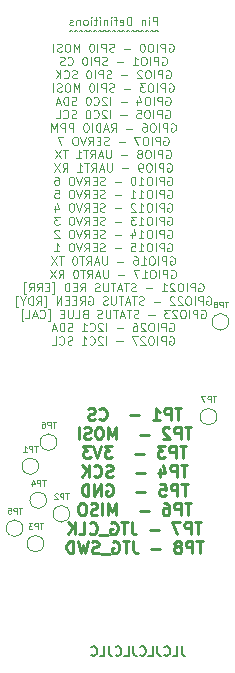
<source format=gbr>
%TF.GenerationSoftware,KiCad,Pcbnew,(6.0.0-0)*%
%TF.CreationDate,2022-06-22T07:40:47-04:00*%
%TF.ProjectId,hermes_v1,6865726d-6573-45f7-9631-2e6b69636164,rev?*%
%TF.SameCoordinates,Original*%
%TF.FileFunction,Legend,Bot*%
%TF.FilePolarity,Positive*%
%FSLAX46Y46*%
G04 Gerber Fmt 4.6, Leading zero omitted, Abs format (unit mm)*
G04 Created by KiCad (PCBNEW (6.0.0-0)) date 2022-06-22 07:40:47*
%MOMM*%
%LPD*%
G01*
G04 APERTURE LIST*
%ADD10C,0.200000*%
%ADD11C,0.125000*%
%ADD12C,0.250000*%
%ADD13C,0.120000*%
G04 APERTURE END LIST*
D10*
X258155238Y-92451904D02*
X258155238Y-93023333D01*
X258193333Y-93137619D01*
X258269523Y-93213809D01*
X258383809Y-93251904D01*
X258460000Y-93251904D01*
X257393333Y-93251904D02*
X257774285Y-93251904D01*
X257774285Y-92451904D01*
X256669523Y-93175714D02*
X256707619Y-93213809D01*
X256821904Y-93251904D01*
X256898095Y-93251904D01*
X257012380Y-93213809D01*
X257088571Y-93137619D01*
X257126666Y-93061428D01*
X257164761Y-92909047D01*
X257164761Y-92794761D01*
X257126666Y-92642380D01*
X257088571Y-92566190D01*
X257012380Y-92490000D01*
X256898095Y-92451904D01*
X256821904Y-92451904D01*
X256707619Y-92490000D01*
X256669523Y-92528095D01*
X256098095Y-92451904D02*
X256098095Y-93023333D01*
X256136190Y-93137619D01*
X256212380Y-93213809D01*
X256326666Y-93251904D01*
X256402857Y-93251904D01*
X255336190Y-93251904D02*
X255717142Y-93251904D01*
X255717142Y-92451904D01*
X254612380Y-93175714D02*
X254650476Y-93213809D01*
X254764761Y-93251904D01*
X254840952Y-93251904D01*
X254955238Y-93213809D01*
X255031428Y-93137619D01*
X255069523Y-93061428D01*
X255107619Y-92909047D01*
X255107619Y-92794761D01*
X255069523Y-92642380D01*
X255031428Y-92566190D01*
X254955238Y-92490000D01*
X254840952Y-92451904D01*
X254764761Y-92451904D01*
X254650476Y-92490000D01*
X254612380Y-92528095D01*
X254040952Y-92451904D02*
X254040952Y-93023333D01*
X254079047Y-93137619D01*
X254155238Y-93213809D01*
X254269523Y-93251904D01*
X254345714Y-93251904D01*
X253279047Y-93251904D02*
X253660000Y-93251904D01*
X253660000Y-92451904D01*
X252555238Y-93175714D02*
X252593333Y-93213809D01*
X252707619Y-93251904D01*
X252783809Y-93251904D01*
X252898095Y-93213809D01*
X252974285Y-93137619D01*
X253012380Y-93061428D01*
X253050476Y-92909047D01*
X253050476Y-92794761D01*
X253012380Y-92642380D01*
X252974285Y-92566190D01*
X252898095Y-92490000D01*
X252783809Y-92451904D01*
X252707619Y-92451904D01*
X252593333Y-92490000D01*
X252555238Y-92528095D01*
X251983809Y-92451904D02*
X251983809Y-93023333D01*
X252021904Y-93137619D01*
X252098095Y-93213809D01*
X252212380Y-93251904D01*
X252288571Y-93251904D01*
X251221904Y-93251904D02*
X251602857Y-93251904D01*
X251602857Y-92451904D01*
X250498095Y-93175714D02*
X250536190Y-93213809D01*
X250650476Y-93251904D01*
X250726666Y-93251904D01*
X250840952Y-93213809D01*
X250917142Y-93137619D01*
X250955238Y-93061428D01*
X250993333Y-92909047D01*
X250993333Y-92794761D01*
X250955238Y-92642380D01*
X250917142Y-92566190D01*
X250840952Y-92490000D01*
X250726666Y-92451904D01*
X250650476Y-92451904D01*
X250536190Y-92490000D01*
X250498095Y-92528095D01*
D11*
X256096666Y-39858666D02*
X256096666Y-39158666D01*
X255830000Y-39158666D01*
X255763333Y-39192000D01*
X255730000Y-39225333D01*
X255696666Y-39292000D01*
X255696666Y-39392000D01*
X255730000Y-39458666D01*
X255763333Y-39492000D01*
X255830000Y-39525333D01*
X256096666Y-39525333D01*
X255396666Y-39858666D02*
X255396666Y-39392000D01*
X255396666Y-39158666D02*
X255430000Y-39192000D01*
X255396666Y-39225333D01*
X255363333Y-39192000D01*
X255396666Y-39158666D01*
X255396666Y-39225333D01*
X255063333Y-39392000D02*
X255063333Y-39858666D01*
X255063333Y-39458666D02*
X255030000Y-39425333D01*
X254963333Y-39392000D01*
X254863333Y-39392000D01*
X254796666Y-39425333D01*
X254763333Y-39492000D01*
X254763333Y-39858666D01*
X253896666Y-39858666D02*
X253896666Y-39158666D01*
X253730000Y-39158666D01*
X253630000Y-39192000D01*
X253563333Y-39258666D01*
X253530000Y-39325333D01*
X253496666Y-39458666D01*
X253496666Y-39558666D01*
X253530000Y-39692000D01*
X253563333Y-39758666D01*
X253630000Y-39825333D01*
X253730000Y-39858666D01*
X253896666Y-39858666D01*
X252930000Y-39825333D02*
X252996666Y-39858666D01*
X253130000Y-39858666D01*
X253196666Y-39825333D01*
X253230000Y-39758666D01*
X253230000Y-39492000D01*
X253196666Y-39425333D01*
X253130000Y-39392000D01*
X252996666Y-39392000D01*
X252930000Y-39425333D01*
X252896666Y-39492000D01*
X252896666Y-39558666D01*
X253230000Y-39625333D01*
X252696666Y-39392000D02*
X252430000Y-39392000D01*
X252596666Y-39858666D02*
X252596666Y-39258666D01*
X252563333Y-39192000D01*
X252496666Y-39158666D01*
X252430000Y-39158666D01*
X252196666Y-39858666D02*
X252196666Y-39392000D01*
X252196666Y-39158666D02*
X252230000Y-39192000D01*
X252196666Y-39225333D01*
X252163333Y-39192000D01*
X252196666Y-39158666D01*
X252196666Y-39225333D01*
X251863333Y-39392000D02*
X251863333Y-39858666D01*
X251863333Y-39458666D02*
X251830000Y-39425333D01*
X251763333Y-39392000D01*
X251663333Y-39392000D01*
X251596666Y-39425333D01*
X251563333Y-39492000D01*
X251563333Y-39858666D01*
X251230000Y-39858666D02*
X251230000Y-39392000D01*
X251230000Y-39158666D02*
X251263333Y-39192000D01*
X251230000Y-39225333D01*
X251196666Y-39192000D01*
X251230000Y-39158666D01*
X251230000Y-39225333D01*
X250996666Y-39392000D02*
X250730000Y-39392000D01*
X250896666Y-39158666D02*
X250896666Y-39758666D01*
X250863333Y-39825333D01*
X250796666Y-39858666D01*
X250730000Y-39858666D01*
X250496666Y-39858666D02*
X250496666Y-39392000D01*
X250496666Y-39158666D02*
X250530000Y-39192000D01*
X250496666Y-39225333D01*
X250463333Y-39192000D01*
X250496666Y-39158666D01*
X250496666Y-39225333D01*
X250063333Y-39858666D02*
X250130000Y-39825333D01*
X250163333Y-39792000D01*
X250196666Y-39725333D01*
X250196666Y-39525333D01*
X250163333Y-39458666D01*
X250130000Y-39425333D01*
X250063333Y-39392000D01*
X249963333Y-39392000D01*
X249896666Y-39425333D01*
X249863333Y-39458666D01*
X249830000Y-39525333D01*
X249830000Y-39725333D01*
X249863333Y-39792000D01*
X249896666Y-39825333D01*
X249963333Y-39858666D01*
X250063333Y-39858666D01*
X249530000Y-39392000D02*
X249530000Y-39858666D01*
X249530000Y-39458666D02*
X249496666Y-39425333D01*
X249430000Y-39392000D01*
X249330000Y-39392000D01*
X249263333Y-39425333D01*
X249230000Y-39492000D01*
X249230000Y-39858666D01*
X248930000Y-39825333D02*
X248863333Y-39858666D01*
X248730000Y-39858666D01*
X248663333Y-39825333D01*
X248630000Y-39758666D01*
X248630000Y-39725333D01*
X248663333Y-39658666D01*
X248730000Y-39625333D01*
X248830000Y-39625333D01*
X248896666Y-39592000D01*
X248930000Y-39525333D01*
X248930000Y-39492000D01*
X248896666Y-39425333D01*
X248830000Y-39392000D01*
X248730000Y-39392000D01*
X248663333Y-39425333D01*
X256113333Y-40352333D02*
X255980000Y-40252333D01*
X255846666Y-40352333D01*
X255713333Y-40352333D02*
X255580000Y-40252333D01*
X255446666Y-40352333D01*
X255313333Y-40352333D02*
X255180000Y-40252333D01*
X255046666Y-40352333D01*
X254913333Y-40352333D02*
X254780000Y-40252333D01*
X254646666Y-40352333D01*
X254513333Y-40352333D02*
X254380000Y-40252333D01*
X254246666Y-40352333D01*
X254113333Y-40352333D02*
X253980000Y-40252333D01*
X253846666Y-40352333D01*
X253713333Y-40352333D02*
X253580000Y-40252333D01*
X253446666Y-40352333D01*
X253313333Y-40352333D02*
X253180000Y-40252333D01*
X253046666Y-40352333D01*
X252913333Y-40352333D02*
X252780000Y-40252333D01*
X252646666Y-40352333D01*
X252513333Y-40352333D02*
X252380000Y-40252333D01*
X252246666Y-40352333D01*
X252113333Y-40352333D02*
X251980000Y-40252333D01*
X251846666Y-40352333D01*
X251713333Y-40352333D02*
X251580000Y-40252333D01*
X251446666Y-40352333D01*
X251313333Y-40352333D02*
X251180000Y-40252333D01*
X251046666Y-40352333D01*
X250913333Y-40352333D02*
X250780000Y-40252333D01*
X250646666Y-40352333D01*
X250513333Y-40352333D02*
X250380000Y-40252333D01*
X250246666Y-40352333D01*
X250113333Y-40352333D02*
X249980000Y-40252333D01*
X249846666Y-40352333D01*
X249713333Y-40352333D02*
X249580000Y-40252333D01*
X249446666Y-40352333D01*
X249313333Y-40352333D02*
X249180000Y-40252333D01*
X249046666Y-40352333D01*
X248913333Y-40352333D02*
X248780000Y-40252333D01*
X248646666Y-40352333D01*
X257096666Y-41446000D02*
X257163333Y-41412666D01*
X257263333Y-41412666D01*
X257363333Y-41446000D01*
X257430000Y-41512666D01*
X257463333Y-41579333D01*
X257496666Y-41712666D01*
X257496666Y-41812666D01*
X257463333Y-41946000D01*
X257430000Y-42012666D01*
X257363333Y-42079333D01*
X257263333Y-42112666D01*
X257196666Y-42112666D01*
X257096666Y-42079333D01*
X257063333Y-42046000D01*
X257063333Y-41812666D01*
X257196666Y-41812666D01*
X256763333Y-42112666D02*
X256763333Y-41412666D01*
X256496666Y-41412666D01*
X256430000Y-41446000D01*
X256396666Y-41479333D01*
X256363333Y-41546000D01*
X256363333Y-41646000D01*
X256396666Y-41712666D01*
X256430000Y-41746000D01*
X256496666Y-41779333D01*
X256763333Y-41779333D01*
X256063333Y-42112666D02*
X256063333Y-41412666D01*
X255596666Y-41412666D02*
X255463333Y-41412666D01*
X255396666Y-41446000D01*
X255330000Y-41512666D01*
X255296666Y-41646000D01*
X255296666Y-41879333D01*
X255330000Y-42012666D01*
X255396666Y-42079333D01*
X255463333Y-42112666D01*
X255596666Y-42112666D01*
X255663333Y-42079333D01*
X255730000Y-42012666D01*
X255763333Y-41879333D01*
X255763333Y-41646000D01*
X255730000Y-41512666D01*
X255663333Y-41446000D01*
X255596666Y-41412666D01*
X254863333Y-41412666D02*
X254796666Y-41412666D01*
X254730000Y-41446000D01*
X254696666Y-41479333D01*
X254663333Y-41546000D01*
X254630000Y-41679333D01*
X254630000Y-41846000D01*
X254663333Y-41979333D01*
X254696666Y-42046000D01*
X254730000Y-42079333D01*
X254796666Y-42112666D01*
X254863333Y-42112666D01*
X254930000Y-42079333D01*
X254963333Y-42046000D01*
X254996666Y-41979333D01*
X255030000Y-41846000D01*
X255030000Y-41679333D01*
X254996666Y-41546000D01*
X254963333Y-41479333D01*
X254930000Y-41446000D01*
X254863333Y-41412666D01*
X253796666Y-41846000D02*
X253263333Y-41846000D01*
X252430000Y-42079333D02*
X252330000Y-42112666D01*
X252163333Y-42112666D01*
X252096666Y-42079333D01*
X252063333Y-42046000D01*
X252030000Y-41979333D01*
X252030000Y-41912666D01*
X252063333Y-41846000D01*
X252096666Y-41812666D01*
X252163333Y-41779333D01*
X252296666Y-41746000D01*
X252363333Y-41712666D01*
X252396666Y-41679333D01*
X252430000Y-41612666D01*
X252430000Y-41546000D01*
X252396666Y-41479333D01*
X252363333Y-41446000D01*
X252296666Y-41412666D01*
X252130000Y-41412666D01*
X252030000Y-41446000D01*
X251730000Y-42112666D02*
X251730000Y-41412666D01*
X251463333Y-41412666D01*
X251396666Y-41446000D01*
X251363333Y-41479333D01*
X251330000Y-41546000D01*
X251330000Y-41646000D01*
X251363333Y-41712666D01*
X251396666Y-41746000D01*
X251463333Y-41779333D01*
X251730000Y-41779333D01*
X251030000Y-42112666D02*
X251030000Y-41412666D01*
X250563333Y-41412666D02*
X250496666Y-41412666D01*
X250430000Y-41446000D01*
X250396666Y-41479333D01*
X250363333Y-41546000D01*
X250330000Y-41679333D01*
X250330000Y-41846000D01*
X250363333Y-41979333D01*
X250396666Y-42046000D01*
X250430000Y-42079333D01*
X250496666Y-42112666D01*
X250563333Y-42112666D01*
X250630000Y-42079333D01*
X250663333Y-42046000D01*
X250696666Y-41979333D01*
X250730000Y-41846000D01*
X250730000Y-41679333D01*
X250696666Y-41546000D01*
X250663333Y-41479333D01*
X250630000Y-41446000D01*
X250563333Y-41412666D01*
X249496666Y-42112666D02*
X249496666Y-41412666D01*
X249263333Y-41912666D01*
X249030000Y-41412666D01*
X249030000Y-42112666D01*
X248563333Y-41412666D02*
X248430000Y-41412666D01*
X248363333Y-41446000D01*
X248296666Y-41512666D01*
X248263333Y-41646000D01*
X248263333Y-41879333D01*
X248296666Y-42012666D01*
X248363333Y-42079333D01*
X248430000Y-42112666D01*
X248563333Y-42112666D01*
X248630000Y-42079333D01*
X248696666Y-42012666D01*
X248730000Y-41879333D01*
X248730000Y-41646000D01*
X248696666Y-41512666D01*
X248630000Y-41446000D01*
X248563333Y-41412666D01*
X247996666Y-42079333D02*
X247896666Y-42112666D01*
X247730000Y-42112666D01*
X247663333Y-42079333D01*
X247630000Y-42046000D01*
X247596666Y-41979333D01*
X247596666Y-41912666D01*
X247630000Y-41846000D01*
X247663333Y-41812666D01*
X247730000Y-41779333D01*
X247863333Y-41746000D01*
X247930000Y-41712666D01*
X247963333Y-41679333D01*
X247996666Y-41612666D01*
X247996666Y-41546000D01*
X247963333Y-41479333D01*
X247930000Y-41446000D01*
X247863333Y-41412666D01*
X247696666Y-41412666D01*
X247596666Y-41446000D01*
X247296666Y-42112666D02*
X247296666Y-41412666D01*
X256513333Y-42573000D02*
X256580000Y-42539666D01*
X256680000Y-42539666D01*
X256780000Y-42573000D01*
X256846666Y-42639666D01*
X256880000Y-42706333D01*
X256913333Y-42839666D01*
X256913333Y-42939666D01*
X256880000Y-43073000D01*
X256846666Y-43139666D01*
X256780000Y-43206333D01*
X256680000Y-43239666D01*
X256613333Y-43239666D01*
X256513333Y-43206333D01*
X256480000Y-43173000D01*
X256480000Y-42939666D01*
X256613333Y-42939666D01*
X256180000Y-43239666D02*
X256180000Y-42539666D01*
X255913333Y-42539666D01*
X255846666Y-42573000D01*
X255813333Y-42606333D01*
X255780000Y-42673000D01*
X255780000Y-42773000D01*
X255813333Y-42839666D01*
X255846666Y-42873000D01*
X255913333Y-42906333D01*
X256180000Y-42906333D01*
X255480000Y-43239666D02*
X255480000Y-42539666D01*
X255013333Y-42539666D02*
X254880000Y-42539666D01*
X254813333Y-42573000D01*
X254746666Y-42639666D01*
X254713333Y-42773000D01*
X254713333Y-43006333D01*
X254746666Y-43139666D01*
X254813333Y-43206333D01*
X254880000Y-43239666D01*
X255013333Y-43239666D01*
X255080000Y-43206333D01*
X255146666Y-43139666D01*
X255180000Y-43006333D01*
X255180000Y-42773000D01*
X255146666Y-42639666D01*
X255080000Y-42573000D01*
X255013333Y-42539666D01*
X254046666Y-43239666D02*
X254446666Y-43239666D01*
X254246666Y-43239666D02*
X254246666Y-42539666D01*
X254313333Y-42639666D01*
X254380000Y-42706333D01*
X254446666Y-42739666D01*
X253213333Y-42973000D02*
X252680000Y-42973000D01*
X251846666Y-43206333D02*
X251746666Y-43239666D01*
X251580000Y-43239666D01*
X251513333Y-43206333D01*
X251480000Y-43173000D01*
X251446666Y-43106333D01*
X251446666Y-43039666D01*
X251480000Y-42973000D01*
X251513333Y-42939666D01*
X251580000Y-42906333D01*
X251713333Y-42873000D01*
X251780000Y-42839666D01*
X251813333Y-42806333D01*
X251846666Y-42739666D01*
X251846666Y-42673000D01*
X251813333Y-42606333D01*
X251780000Y-42573000D01*
X251713333Y-42539666D01*
X251546666Y-42539666D01*
X251446666Y-42573000D01*
X251146666Y-43239666D02*
X251146666Y-42539666D01*
X250880000Y-42539666D01*
X250813333Y-42573000D01*
X250780000Y-42606333D01*
X250746666Y-42673000D01*
X250746666Y-42773000D01*
X250780000Y-42839666D01*
X250813333Y-42873000D01*
X250880000Y-42906333D01*
X251146666Y-42906333D01*
X250446666Y-43239666D02*
X250446666Y-42539666D01*
X249980000Y-42539666D02*
X249913333Y-42539666D01*
X249846666Y-42573000D01*
X249813333Y-42606333D01*
X249780000Y-42673000D01*
X249746666Y-42806333D01*
X249746666Y-42973000D01*
X249780000Y-43106333D01*
X249813333Y-43173000D01*
X249846666Y-43206333D01*
X249913333Y-43239666D01*
X249980000Y-43239666D01*
X250046666Y-43206333D01*
X250080000Y-43173000D01*
X250113333Y-43106333D01*
X250146666Y-42973000D01*
X250146666Y-42806333D01*
X250113333Y-42673000D01*
X250080000Y-42606333D01*
X250046666Y-42573000D01*
X249980000Y-42539666D01*
X248513333Y-43173000D02*
X248546666Y-43206333D01*
X248646666Y-43239666D01*
X248713333Y-43239666D01*
X248813333Y-43206333D01*
X248880000Y-43139666D01*
X248913333Y-43073000D01*
X248946666Y-42939666D01*
X248946666Y-42839666D01*
X248913333Y-42706333D01*
X248880000Y-42639666D01*
X248813333Y-42573000D01*
X248713333Y-42539666D01*
X248646666Y-42539666D01*
X248546666Y-42573000D01*
X248513333Y-42606333D01*
X248246666Y-43206333D02*
X248146666Y-43239666D01*
X247980000Y-43239666D01*
X247913333Y-43206333D01*
X247880000Y-43173000D01*
X247846666Y-43106333D01*
X247846666Y-43039666D01*
X247880000Y-42973000D01*
X247913333Y-42939666D01*
X247980000Y-42906333D01*
X248113333Y-42873000D01*
X248180000Y-42839666D01*
X248213333Y-42806333D01*
X248246666Y-42739666D01*
X248246666Y-42673000D01*
X248213333Y-42606333D01*
X248180000Y-42573000D01*
X248113333Y-42539666D01*
X247946666Y-42539666D01*
X247846666Y-42573000D01*
X256863333Y-43700000D02*
X256930000Y-43666666D01*
X257030000Y-43666666D01*
X257130000Y-43700000D01*
X257196666Y-43766666D01*
X257230000Y-43833333D01*
X257263333Y-43966666D01*
X257263333Y-44066666D01*
X257230000Y-44200000D01*
X257196666Y-44266666D01*
X257130000Y-44333333D01*
X257030000Y-44366666D01*
X256963333Y-44366666D01*
X256863333Y-44333333D01*
X256830000Y-44300000D01*
X256830000Y-44066666D01*
X256963333Y-44066666D01*
X256530000Y-44366666D02*
X256530000Y-43666666D01*
X256263333Y-43666666D01*
X256196666Y-43700000D01*
X256163333Y-43733333D01*
X256130000Y-43800000D01*
X256130000Y-43900000D01*
X256163333Y-43966666D01*
X256196666Y-44000000D01*
X256263333Y-44033333D01*
X256530000Y-44033333D01*
X255830000Y-44366666D02*
X255830000Y-43666666D01*
X255363333Y-43666666D02*
X255230000Y-43666666D01*
X255163333Y-43700000D01*
X255096666Y-43766666D01*
X255063333Y-43900000D01*
X255063333Y-44133333D01*
X255096666Y-44266666D01*
X255163333Y-44333333D01*
X255230000Y-44366666D01*
X255363333Y-44366666D01*
X255430000Y-44333333D01*
X255496666Y-44266666D01*
X255530000Y-44133333D01*
X255530000Y-43900000D01*
X255496666Y-43766666D01*
X255430000Y-43700000D01*
X255363333Y-43666666D01*
X254796666Y-43733333D02*
X254763333Y-43700000D01*
X254696666Y-43666666D01*
X254530000Y-43666666D01*
X254463333Y-43700000D01*
X254430000Y-43733333D01*
X254396666Y-43800000D01*
X254396666Y-43866666D01*
X254430000Y-43966666D01*
X254830000Y-44366666D01*
X254396666Y-44366666D01*
X253563333Y-44100000D02*
X253030000Y-44100000D01*
X252196666Y-44333333D02*
X252096666Y-44366666D01*
X251930000Y-44366666D01*
X251863333Y-44333333D01*
X251830000Y-44300000D01*
X251796666Y-44233333D01*
X251796666Y-44166666D01*
X251830000Y-44100000D01*
X251863333Y-44066666D01*
X251930000Y-44033333D01*
X252063333Y-44000000D01*
X252130000Y-43966666D01*
X252163333Y-43933333D01*
X252196666Y-43866666D01*
X252196666Y-43800000D01*
X252163333Y-43733333D01*
X252130000Y-43700000D01*
X252063333Y-43666666D01*
X251896666Y-43666666D01*
X251796666Y-43700000D01*
X251496666Y-44366666D02*
X251496666Y-43666666D01*
X251230000Y-43666666D01*
X251163333Y-43700000D01*
X251130000Y-43733333D01*
X251096666Y-43800000D01*
X251096666Y-43900000D01*
X251130000Y-43966666D01*
X251163333Y-44000000D01*
X251230000Y-44033333D01*
X251496666Y-44033333D01*
X250796666Y-44366666D02*
X250796666Y-43666666D01*
X250330000Y-43666666D02*
X250263333Y-43666666D01*
X250196666Y-43700000D01*
X250163333Y-43733333D01*
X250130000Y-43800000D01*
X250096666Y-43933333D01*
X250096666Y-44100000D01*
X250130000Y-44233333D01*
X250163333Y-44300000D01*
X250196666Y-44333333D01*
X250263333Y-44366666D01*
X250330000Y-44366666D01*
X250396666Y-44333333D01*
X250430000Y-44300000D01*
X250463333Y-44233333D01*
X250496666Y-44100000D01*
X250496666Y-43933333D01*
X250463333Y-43800000D01*
X250430000Y-43733333D01*
X250396666Y-43700000D01*
X250330000Y-43666666D01*
X249296666Y-44333333D02*
X249196666Y-44366666D01*
X249030000Y-44366666D01*
X248963333Y-44333333D01*
X248930000Y-44300000D01*
X248896666Y-44233333D01*
X248896666Y-44166666D01*
X248930000Y-44100000D01*
X248963333Y-44066666D01*
X249030000Y-44033333D01*
X249163333Y-44000000D01*
X249230000Y-43966666D01*
X249263333Y-43933333D01*
X249296666Y-43866666D01*
X249296666Y-43800000D01*
X249263333Y-43733333D01*
X249230000Y-43700000D01*
X249163333Y-43666666D01*
X248996666Y-43666666D01*
X248896666Y-43700000D01*
X248196666Y-44300000D02*
X248230000Y-44333333D01*
X248330000Y-44366666D01*
X248396666Y-44366666D01*
X248496666Y-44333333D01*
X248563333Y-44266666D01*
X248596666Y-44200000D01*
X248630000Y-44066666D01*
X248630000Y-43966666D01*
X248596666Y-43833333D01*
X248563333Y-43766666D01*
X248496666Y-43700000D01*
X248396666Y-43666666D01*
X248330000Y-43666666D01*
X248230000Y-43700000D01*
X248196666Y-43733333D01*
X247896666Y-44366666D02*
X247896666Y-43666666D01*
X247496666Y-44366666D02*
X247796666Y-43966666D01*
X247496666Y-43666666D02*
X247896666Y-44066666D01*
X257096666Y-44827000D02*
X257163333Y-44793666D01*
X257263333Y-44793666D01*
X257363333Y-44827000D01*
X257430000Y-44893666D01*
X257463333Y-44960333D01*
X257496666Y-45093666D01*
X257496666Y-45193666D01*
X257463333Y-45327000D01*
X257430000Y-45393666D01*
X257363333Y-45460333D01*
X257263333Y-45493666D01*
X257196666Y-45493666D01*
X257096666Y-45460333D01*
X257063333Y-45427000D01*
X257063333Y-45193666D01*
X257196666Y-45193666D01*
X256763333Y-45493666D02*
X256763333Y-44793666D01*
X256496666Y-44793666D01*
X256430000Y-44827000D01*
X256396666Y-44860333D01*
X256363333Y-44927000D01*
X256363333Y-45027000D01*
X256396666Y-45093666D01*
X256430000Y-45127000D01*
X256496666Y-45160333D01*
X256763333Y-45160333D01*
X256063333Y-45493666D02*
X256063333Y-44793666D01*
X255596666Y-44793666D02*
X255463333Y-44793666D01*
X255396666Y-44827000D01*
X255330000Y-44893666D01*
X255296666Y-45027000D01*
X255296666Y-45260333D01*
X255330000Y-45393666D01*
X255396666Y-45460333D01*
X255463333Y-45493666D01*
X255596666Y-45493666D01*
X255663333Y-45460333D01*
X255730000Y-45393666D01*
X255763333Y-45260333D01*
X255763333Y-45027000D01*
X255730000Y-44893666D01*
X255663333Y-44827000D01*
X255596666Y-44793666D01*
X255063333Y-44793666D02*
X254630000Y-44793666D01*
X254863333Y-45060333D01*
X254763333Y-45060333D01*
X254696666Y-45093666D01*
X254663333Y-45127000D01*
X254630000Y-45193666D01*
X254630000Y-45360333D01*
X254663333Y-45427000D01*
X254696666Y-45460333D01*
X254763333Y-45493666D01*
X254963333Y-45493666D01*
X255030000Y-45460333D01*
X255063333Y-45427000D01*
X253796666Y-45227000D02*
X253263333Y-45227000D01*
X252430000Y-45460333D02*
X252330000Y-45493666D01*
X252163333Y-45493666D01*
X252096666Y-45460333D01*
X252063333Y-45427000D01*
X252030000Y-45360333D01*
X252030000Y-45293666D01*
X252063333Y-45227000D01*
X252096666Y-45193666D01*
X252163333Y-45160333D01*
X252296666Y-45127000D01*
X252363333Y-45093666D01*
X252396666Y-45060333D01*
X252430000Y-44993666D01*
X252430000Y-44927000D01*
X252396666Y-44860333D01*
X252363333Y-44827000D01*
X252296666Y-44793666D01*
X252130000Y-44793666D01*
X252030000Y-44827000D01*
X251730000Y-45493666D02*
X251730000Y-44793666D01*
X251463333Y-44793666D01*
X251396666Y-44827000D01*
X251363333Y-44860333D01*
X251330000Y-44927000D01*
X251330000Y-45027000D01*
X251363333Y-45093666D01*
X251396666Y-45127000D01*
X251463333Y-45160333D01*
X251730000Y-45160333D01*
X251030000Y-45493666D02*
X251030000Y-44793666D01*
X250563333Y-44793666D02*
X250496666Y-44793666D01*
X250430000Y-44827000D01*
X250396666Y-44860333D01*
X250363333Y-44927000D01*
X250330000Y-45060333D01*
X250330000Y-45227000D01*
X250363333Y-45360333D01*
X250396666Y-45427000D01*
X250430000Y-45460333D01*
X250496666Y-45493666D01*
X250563333Y-45493666D01*
X250630000Y-45460333D01*
X250663333Y-45427000D01*
X250696666Y-45360333D01*
X250730000Y-45227000D01*
X250730000Y-45060333D01*
X250696666Y-44927000D01*
X250663333Y-44860333D01*
X250630000Y-44827000D01*
X250563333Y-44793666D01*
X249496666Y-45493666D02*
X249496666Y-44793666D01*
X249263333Y-45293666D01*
X249030000Y-44793666D01*
X249030000Y-45493666D01*
X248563333Y-44793666D02*
X248430000Y-44793666D01*
X248363333Y-44827000D01*
X248296666Y-44893666D01*
X248263333Y-45027000D01*
X248263333Y-45260333D01*
X248296666Y-45393666D01*
X248363333Y-45460333D01*
X248430000Y-45493666D01*
X248563333Y-45493666D01*
X248630000Y-45460333D01*
X248696666Y-45393666D01*
X248730000Y-45260333D01*
X248730000Y-45027000D01*
X248696666Y-44893666D01*
X248630000Y-44827000D01*
X248563333Y-44793666D01*
X247996666Y-45460333D02*
X247896666Y-45493666D01*
X247730000Y-45493666D01*
X247663333Y-45460333D01*
X247630000Y-45427000D01*
X247596666Y-45360333D01*
X247596666Y-45293666D01*
X247630000Y-45227000D01*
X247663333Y-45193666D01*
X247730000Y-45160333D01*
X247863333Y-45127000D01*
X247930000Y-45093666D01*
X247963333Y-45060333D01*
X247996666Y-44993666D01*
X247996666Y-44927000D01*
X247963333Y-44860333D01*
X247930000Y-44827000D01*
X247863333Y-44793666D01*
X247696666Y-44793666D01*
X247596666Y-44827000D01*
X247296666Y-45493666D02*
X247296666Y-44793666D01*
X256813333Y-45954000D02*
X256880000Y-45920666D01*
X256980000Y-45920666D01*
X257080000Y-45954000D01*
X257146666Y-46020666D01*
X257180000Y-46087333D01*
X257213333Y-46220666D01*
X257213333Y-46320666D01*
X257180000Y-46454000D01*
X257146666Y-46520666D01*
X257080000Y-46587333D01*
X256980000Y-46620666D01*
X256913333Y-46620666D01*
X256813333Y-46587333D01*
X256780000Y-46554000D01*
X256780000Y-46320666D01*
X256913333Y-46320666D01*
X256480000Y-46620666D02*
X256480000Y-45920666D01*
X256213333Y-45920666D01*
X256146666Y-45954000D01*
X256113333Y-45987333D01*
X256080000Y-46054000D01*
X256080000Y-46154000D01*
X256113333Y-46220666D01*
X256146666Y-46254000D01*
X256213333Y-46287333D01*
X256480000Y-46287333D01*
X255780000Y-46620666D02*
X255780000Y-45920666D01*
X255313333Y-45920666D02*
X255180000Y-45920666D01*
X255113333Y-45954000D01*
X255046666Y-46020666D01*
X255013333Y-46154000D01*
X255013333Y-46387333D01*
X255046666Y-46520666D01*
X255113333Y-46587333D01*
X255180000Y-46620666D01*
X255313333Y-46620666D01*
X255380000Y-46587333D01*
X255446666Y-46520666D01*
X255480000Y-46387333D01*
X255480000Y-46154000D01*
X255446666Y-46020666D01*
X255380000Y-45954000D01*
X255313333Y-45920666D01*
X254413333Y-46154000D02*
X254413333Y-46620666D01*
X254580000Y-45887333D02*
X254746666Y-46387333D01*
X254313333Y-46387333D01*
X253513333Y-46354000D02*
X252980000Y-46354000D01*
X252113333Y-46620666D02*
X252113333Y-45920666D01*
X251813333Y-45987333D02*
X251780000Y-45954000D01*
X251713333Y-45920666D01*
X251546666Y-45920666D01*
X251480000Y-45954000D01*
X251446666Y-45987333D01*
X251413333Y-46054000D01*
X251413333Y-46120666D01*
X251446666Y-46220666D01*
X251846666Y-46620666D01*
X251413333Y-46620666D01*
X250713333Y-46554000D02*
X250746666Y-46587333D01*
X250846666Y-46620666D01*
X250913333Y-46620666D01*
X251013333Y-46587333D01*
X251080000Y-46520666D01*
X251113333Y-46454000D01*
X251146666Y-46320666D01*
X251146666Y-46220666D01*
X251113333Y-46087333D01*
X251080000Y-46020666D01*
X251013333Y-45954000D01*
X250913333Y-45920666D01*
X250846666Y-45920666D01*
X250746666Y-45954000D01*
X250713333Y-45987333D01*
X250280000Y-45920666D02*
X250213333Y-45920666D01*
X250146666Y-45954000D01*
X250113333Y-45987333D01*
X250080000Y-46054000D01*
X250046666Y-46187333D01*
X250046666Y-46354000D01*
X250080000Y-46487333D01*
X250113333Y-46554000D01*
X250146666Y-46587333D01*
X250213333Y-46620666D01*
X250280000Y-46620666D01*
X250346666Y-46587333D01*
X250380000Y-46554000D01*
X250413333Y-46487333D01*
X250446666Y-46354000D01*
X250446666Y-46187333D01*
X250413333Y-46054000D01*
X250380000Y-45987333D01*
X250346666Y-45954000D01*
X250280000Y-45920666D01*
X249246666Y-46587333D02*
X249146666Y-46620666D01*
X248980000Y-46620666D01*
X248913333Y-46587333D01*
X248880000Y-46554000D01*
X248846666Y-46487333D01*
X248846666Y-46420666D01*
X248880000Y-46354000D01*
X248913333Y-46320666D01*
X248980000Y-46287333D01*
X249113333Y-46254000D01*
X249180000Y-46220666D01*
X249213333Y-46187333D01*
X249246666Y-46120666D01*
X249246666Y-46054000D01*
X249213333Y-45987333D01*
X249180000Y-45954000D01*
X249113333Y-45920666D01*
X248946666Y-45920666D01*
X248846666Y-45954000D01*
X248546666Y-46620666D02*
X248546666Y-45920666D01*
X248380000Y-45920666D01*
X248280000Y-45954000D01*
X248213333Y-46020666D01*
X248180000Y-46087333D01*
X248146666Y-46220666D01*
X248146666Y-46320666D01*
X248180000Y-46454000D01*
X248213333Y-46520666D01*
X248280000Y-46587333D01*
X248380000Y-46620666D01*
X248546666Y-46620666D01*
X247880000Y-46420666D02*
X247546666Y-46420666D01*
X247946666Y-46620666D02*
X247713333Y-45920666D01*
X247480000Y-46620666D01*
X256796666Y-47081000D02*
X256863333Y-47047666D01*
X256963333Y-47047666D01*
X257063333Y-47081000D01*
X257130000Y-47147666D01*
X257163333Y-47214333D01*
X257196666Y-47347666D01*
X257196666Y-47447666D01*
X257163333Y-47581000D01*
X257130000Y-47647666D01*
X257063333Y-47714333D01*
X256963333Y-47747666D01*
X256896666Y-47747666D01*
X256796666Y-47714333D01*
X256763333Y-47681000D01*
X256763333Y-47447666D01*
X256896666Y-47447666D01*
X256463333Y-47747666D02*
X256463333Y-47047666D01*
X256196666Y-47047666D01*
X256130000Y-47081000D01*
X256096666Y-47114333D01*
X256063333Y-47181000D01*
X256063333Y-47281000D01*
X256096666Y-47347666D01*
X256130000Y-47381000D01*
X256196666Y-47414333D01*
X256463333Y-47414333D01*
X255763333Y-47747666D02*
X255763333Y-47047666D01*
X255296666Y-47047666D02*
X255163333Y-47047666D01*
X255096666Y-47081000D01*
X255030000Y-47147666D01*
X254996666Y-47281000D01*
X254996666Y-47514333D01*
X255030000Y-47647666D01*
X255096666Y-47714333D01*
X255163333Y-47747666D01*
X255296666Y-47747666D01*
X255363333Y-47714333D01*
X255430000Y-47647666D01*
X255463333Y-47514333D01*
X255463333Y-47281000D01*
X255430000Y-47147666D01*
X255363333Y-47081000D01*
X255296666Y-47047666D01*
X254363333Y-47047666D02*
X254696666Y-47047666D01*
X254730000Y-47381000D01*
X254696666Y-47347666D01*
X254630000Y-47314333D01*
X254463333Y-47314333D01*
X254396666Y-47347666D01*
X254363333Y-47381000D01*
X254330000Y-47447666D01*
X254330000Y-47614333D01*
X254363333Y-47681000D01*
X254396666Y-47714333D01*
X254463333Y-47747666D01*
X254630000Y-47747666D01*
X254696666Y-47714333D01*
X254730000Y-47681000D01*
X253496666Y-47481000D02*
X252963333Y-47481000D01*
X252096666Y-47747666D02*
X252096666Y-47047666D01*
X251796666Y-47114333D02*
X251763333Y-47081000D01*
X251696666Y-47047666D01*
X251530000Y-47047666D01*
X251463333Y-47081000D01*
X251430000Y-47114333D01*
X251396666Y-47181000D01*
X251396666Y-47247666D01*
X251430000Y-47347666D01*
X251830000Y-47747666D01*
X251396666Y-47747666D01*
X250696666Y-47681000D02*
X250730000Y-47714333D01*
X250830000Y-47747666D01*
X250896666Y-47747666D01*
X250996666Y-47714333D01*
X251063333Y-47647666D01*
X251096666Y-47581000D01*
X251130000Y-47447666D01*
X251130000Y-47347666D01*
X251096666Y-47214333D01*
X251063333Y-47147666D01*
X250996666Y-47081000D01*
X250896666Y-47047666D01*
X250830000Y-47047666D01*
X250730000Y-47081000D01*
X250696666Y-47114333D01*
X250263333Y-47047666D02*
X250196666Y-47047666D01*
X250130000Y-47081000D01*
X250096666Y-47114333D01*
X250063333Y-47181000D01*
X250030000Y-47314333D01*
X250030000Y-47481000D01*
X250063333Y-47614333D01*
X250096666Y-47681000D01*
X250130000Y-47714333D01*
X250196666Y-47747666D01*
X250263333Y-47747666D01*
X250330000Y-47714333D01*
X250363333Y-47681000D01*
X250396666Y-47614333D01*
X250430000Y-47481000D01*
X250430000Y-47314333D01*
X250396666Y-47181000D01*
X250363333Y-47114333D01*
X250330000Y-47081000D01*
X250263333Y-47047666D01*
X249230000Y-47714333D02*
X249130000Y-47747666D01*
X248963333Y-47747666D01*
X248896666Y-47714333D01*
X248863333Y-47681000D01*
X248830000Y-47614333D01*
X248830000Y-47547666D01*
X248863333Y-47481000D01*
X248896666Y-47447666D01*
X248963333Y-47414333D01*
X249096666Y-47381000D01*
X249163333Y-47347666D01*
X249196666Y-47314333D01*
X249230000Y-47247666D01*
X249230000Y-47181000D01*
X249196666Y-47114333D01*
X249163333Y-47081000D01*
X249096666Y-47047666D01*
X248930000Y-47047666D01*
X248830000Y-47081000D01*
X248130000Y-47681000D02*
X248163333Y-47714333D01*
X248263333Y-47747666D01*
X248330000Y-47747666D01*
X248430000Y-47714333D01*
X248496666Y-47647666D01*
X248530000Y-47581000D01*
X248563333Y-47447666D01*
X248563333Y-47347666D01*
X248530000Y-47214333D01*
X248496666Y-47147666D01*
X248430000Y-47081000D01*
X248330000Y-47047666D01*
X248263333Y-47047666D01*
X248163333Y-47081000D01*
X248130000Y-47114333D01*
X247496666Y-47747666D02*
X247830000Y-47747666D01*
X247830000Y-47047666D01*
X257280000Y-48208000D02*
X257346666Y-48174666D01*
X257446666Y-48174666D01*
X257546666Y-48208000D01*
X257613333Y-48274666D01*
X257646666Y-48341333D01*
X257680000Y-48474666D01*
X257680000Y-48574666D01*
X257646666Y-48708000D01*
X257613333Y-48774666D01*
X257546666Y-48841333D01*
X257446666Y-48874666D01*
X257380000Y-48874666D01*
X257280000Y-48841333D01*
X257246666Y-48808000D01*
X257246666Y-48574666D01*
X257380000Y-48574666D01*
X256946666Y-48874666D02*
X256946666Y-48174666D01*
X256680000Y-48174666D01*
X256613333Y-48208000D01*
X256580000Y-48241333D01*
X256546666Y-48308000D01*
X256546666Y-48408000D01*
X256580000Y-48474666D01*
X256613333Y-48508000D01*
X256680000Y-48541333D01*
X256946666Y-48541333D01*
X256246666Y-48874666D02*
X256246666Y-48174666D01*
X255780000Y-48174666D02*
X255646666Y-48174666D01*
X255580000Y-48208000D01*
X255513333Y-48274666D01*
X255480000Y-48408000D01*
X255480000Y-48641333D01*
X255513333Y-48774666D01*
X255580000Y-48841333D01*
X255646666Y-48874666D01*
X255780000Y-48874666D01*
X255846666Y-48841333D01*
X255913333Y-48774666D01*
X255946666Y-48641333D01*
X255946666Y-48408000D01*
X255913333Y-48274666D01*
X255846666Y-48208000D01*
X255780000Y-48174666D01*
X254880000Y-48174666D02*
X255013333Y-48174666D01*
X255080000Y-48208000D01*
X255113333Y-48241333D01*
X255180000Y-48341333D01*
X255213333Y-48474666D01*
X255213333Y-48741333D01*
X255180000Y-48808000D01*
X255146666Y-48841333D01*
X255080000Y-48874666D01*
X254946666Y-48874666D01*
X254880000Y-48841333D01*
X254846666Y-48808000D01*
X254813333Y-48741333D01*
X254813333Y-48574666D01*
X254846666Y-48508000D01*
X254880000Y-48474666D01*
X254946666Y-48441333D01*
X255080000Y-48441333D01*
X255146666Y-48474666D01*
X255180000Y-48508000D01*
X255213333Y-48574666D01*
X253980000Y-48608000D02*
X253446666Y-48608000D01*
X252180000Y-48874666D02*
X252413333Y-48541333D01*
X252580000Y-48874666D02*
X252580000Y-48174666D01*
X252313333Y-48174666D01*
X252246666Y-48208000D01*
X252213333Y-48241333D01*
X252180000Y-48308000D01*
X252180000Y-48408000D01*
X252213333Y-48474666D01*
X252246666Y-48508000D01*
X252313333Y-48541333D01*
X252580000Y-48541333D01*
X251913333Y-48674666D02*
X251580000Y-48674666D01*
X251980000Y-48874666D02*
X251746666Y-48174666D01*
X251513333Y-48874666D01*
X251280000Y-48874666D02*
X251280000Y-48174666D01*
X251113333Y-48174666D01*
X251013333Y-48208000D01*
X250946666Y-48274666D01*
X250913333Y-48341333D01*
X250880000Y-48474666D01*
X250880000Y-48574666D01*
X250913333Y-48708000D01*
X250946666Y-48774666D01*
X251013333Y-48841333D01*
X251113333Y-48874666D01*
X251280000Y-48874666D01*
X250580000Y-48874666D02*
X250580000Y-48174666D01*
X250113333Y-48174666D02*
X249980000Y-48174666D01*
X249913333Y-48208000D01*
X249846666Y-48274666D01*
X249813333Y-48408000D01*
X249813333Y-48641333D01*
X249846666Y-48774666D01*
X249913333Y-48841333D01*
X249980000Y-48874666D01*
X250113333Y-48874666D01*
X250180000Y-48841333D01*
X250246666Y-48774666D01*
X250280000Y-48641333D01*
X250280000Y-48408000D01*
X250246666Y-48274666D01*
X250180000Y-48208000D01*
X250113333Y-48174666D01*
X248980000Y-48874666D02*
X248980000Y-48174666D01*
X248713333Y-48174666D01*
X248646666Y-48208000D01*
X248613333Y-48241333D01*
X248580000Y-48308000D01*
X248580000Y-48408000D01*
X248613333Y-48474666D01*
X248646666Y-48508000D01*
X248713333Y-48541333D01*
X248980000Y-48541333D01*
X248280000Y-48874666D02*
X248280000Y-48174666D01*
X248013333Y-48174666D01*
X247946666Y-48208000D01*
X247913333Y-48241333D01*
X247880000Y-48308000D01*
X247880000Y-48408000D01*
X247913333Y-48474666D01*
X247946666Y-48508000D01*
X248013333Y-48541333D01*
X248280000Y-48541333D01*
X247580000Y-48874666D02*
X247580000Y-48174666D01*
X247346666Y-48674666D01*
X247113333Y-48174666D01*
X247113333Y-48874666D01*
X256646666Y-49335000D02*
X256713333Y-49301666D01*
X256813333Y-49301666D01*
X256913333Y-49335000D01*
X256980000Y-49401666D01*
X257013333Y-49468333D01*
X257046666Y-49601666D01*
X257046666Y-49701666D01*
X257013333Y-49835000D01*
X256980000Y-49901666D01*
X256913333Y-49968333D01*
X256813333Y-50001666D01*
X256746666Y-50001666D01*
X256646666Y-49968333D01*
X256613333Y-49935000D01*
X256613333Y-49701666D01*
X256746666Y-49701666D01*
X256313333Y-50001666D02*
X256313333Y-49301666D01*
X256046666Y-49301666D01*
X255980000Y-49335000D01*
X255946666Y-49368333D01*
X255913333Y-49435000D01*
X255913333Y-49535000D01*
X255946666Y-49601666D01*
X255980000Y-49635000D01*
X256046666Y-49668333D01*
X256313333Y-49668333D01*
X255613333Y-50001666D02*
X255613333Y-49301666D01*
X255146666Y-49301666D02*
X255013333Y-49301666D01*
X254946666Y-49335000D01*
X254880000Y-49401666D01*
X254846666Y-49535000D01*
X254846666Y-49768333D01*
X254880000Y-49901666D01*
X254946666Y-49968333D01*
X255013333Y-50001666D01*
X255146666Y-50001666D01*
X255213333Y-49968333D01*
X255280000Y-49901666D01*
X255313333Y-49768333D01*
X255313333Y-49535000D01*
X255280000Y-49401666D01*
X255213333Y-49335000D01*
X255146666Y-49301666D01*
X254613333Y-49301666D02*
X254146666Y-49301666D01*
X254446666Y-50001666D01*
X253346666Y-49735000D02*
X252813333Y-49735000D01*
X251980000Y-49968333D02*
X251880000Y-50001666D01*
X251713333Y-50001666D01*
X251646666Y-49968333D01*
X251613333Y-49935000D01*
X251580000Y-49868333D01*
X251580000Y-49801666D01*
X251613333Y-49735000D01*
X251646666Y-49701666D01*
X251713333Y-49668333D01*
X251846666Y-49635000D01*
X251913333Y-49601666D01*
X251946666Y-49568333D01*
X251980000Y-49501666D01*
X251980000Y-49435000D01*
X251946666Y-49368333D01*
X251913333Y-49335000D01*
X251846666Y-49301666D01*
X251680000Y-49301666D01*
X251580000Y-49335000D01*
X251280000Y-49635000D02*
X251046666Y-49635000D01*
X250946666Y-50001666D02*
X251280000Y-50001666D01*
X251280000Y-49301666D01*
X250946666Y-49301666D01*
X250246666Y-50001666D02*
X250480000Y-49668333D01*
X250646666Y-50001666D02*
X250646666Y-49301666D01*
X250380000Y-49301666D01*
X250313333Y-49335000D01*
X250280000Y-49368333D01*
X250246666Y-49435000D01*
X250246666Y-49535000D01*
X250280000Y-49601666D01*
X250313333Y-49635000D01*
X250380000Y-49668333D01*
X250646666Y-49668333D01*
X250046666Y-49301666D02*
X249813333Y-50001666D01*
X249580000Y-49301666D01*
X249213333Y-49301666D02*
X249080000Y-49301666D01*
X249013333Y-49335000D01*
X248946666Y-49401666D01*
X248913333Y-49535000D01*
X248913333Y-49768333D01*
X248946666Y-49901666D01*
X249013333Y-49968333D01*
X249080000Y-50001666D01*
X249213333Y-50001666D01*
X249280000Y-49968333D01*
X249346666Y-49901666D01*
X249380000Y-49768333D01*
X249380000Y-49535000D01*
X249346666Y-49401666D01*
X249280000Y-49335000D01*
X249213333Y-49301666D01*
X248146666Y-49301666D02*
X247680000Y-49301666D01*
X247980000Y-50001666D01*
X256863333Y-50462000D02*
X256930000Y-50428666D01*
X257030000Y-50428666D01*
X257130000Y-50462000D01*
X257196666Y-50528666D01*
X257230000Y-50595333D01*
X257263333Y-50728666D01*
X257263333Y-50828666D01*
X257230000Y-50962000D01*
X257196666Y-51028666D01*
X257130000Y-51095333D01*
X257030000Y-51128666D01*
X256963333Y-51128666D01*
X256863333Y-51095333D01*
X256830000Y-51062000D01*
X256830000Y-50828666D01*
X256963333Y-50828666D01*
X256530000Y-51128666D02*
X256530000Y-50428666D01*
X256263333Y-50428666D01*
X256196666Y-50462000D01*
X256163333Y-50495333D01*
X256130000Y-50562000D01*
X256130000Y-50662000D01*
X256163333Y-50728666D01*
X256196666Y-50762000D01*
X256263333Y-50795333D01*
X256530000Y-50795333D01*
X255830000Y-51128666D02*
X255830000Y-50428666D01*
X255363333Y-50428666D02*
X255230000Y-50428666D01*
X255163333Y-50462000D01*
X255096666Y-50528666D01*
X255063333Y-50662000D01*
X255063333Y-50895333D01*
X255096666Y-51028666D01*
X255163333Y-51095333D01*
X255230000Y-51128666D01*
X255363333Y-51128666D01*
X255430000Y-51095333D01*
X255496666Y-51028666D01*
X255530000Y-50895333D01*
X255530000Y-50662000D01*
X255496666Y-50528666D01*
X255430000Y-50462000D01*
X255363333Y-50428666D01*
X254663333Y-50728666D02*
X254730000Y-50695333D01*
X254763333Y-50662000D01*
X254796666Y-50595333D01*
X254796666Y-50562000D01*
X254763333Y-50495333D01*
X254730000Y-50462000D01*
X254663333Y-50428666D01*
X254530000Y-50428666D01*
X254463333Y-50462000D01*
X254430000Y-50495333D01*
X254396666Y-50562000D01*
X254396666Y-50595333D01*
X254430000Y-50662000D01*
X254463333Y-50695333D01*
X254530000Y-50728666D01*
X254663333Y-50728666D01*
X254730000Y-50762000D01*
X254763333Y-50795333D01*
X254796666Y-50862000D01*
X254796666Y-50995333D01*
X254763333Y-51062000D01*
X254730000Y-51095333D01*
X254663333Y-51128666D01*
X254530000Y-51128666D01*
X254463333Y-51095333D01*
X254430000Y-51062000D01*
X254396666Y-50995333D01*
X254396666Y-50862000D01*
X254430000Y-50795333D01*
X254463333Y-50762000D01*
X254530000Y-50728666D01*
X253563333Y-50862000D02*
X253030000Y-50862000D01*
X252163333Y-50428666D02*
X252163333Y-50995333D01*
X252130000Y-51062000D01*
X252096666Y-51095333D01*
X252030000Y-51128666D01*
X251896666Y-51128666D01*
X251830000Y-51095333D01*
X251796666Y-51062000D01*
X251763333Y-50995333D01*
X251763333Y-50428666D01*
X251463333Y-50928666D02*
X251130000Y-50928666D01*
X251530000Y-51128666D02*
X251296666Y-50428666D01*
X251063333Y-51128666D01*
X250430000Y-51128666D02*
X250663333Y-50795333D01*
X250830000Y-51128666D02*
X250830000Y-50428666D01*
X250563333Y-50428666D01*
X250496666Y-50462000D01*
X250463333Y-50495333D01*
X250430000Y-50562000D01*
X250430000Y-50662000D01*
X250463333Y-50728666D01*
X250496666Y-50762000D01*
X250563333Y-50795333D01*
X250830000Y-50795333D01*
X250230000Y-50428666D02*
X249830000Y-50428666D01*
X250030000Y-51128666D02*
X250030000Y-50428666D01*
X249230000Y-51128666D02*
X249630000Y-51128666D01*
X249430000Y-51128666D02*
X249430000Y-50428666D01*
X249496666Y-50528666D01*
X249563333Y-50595333D01*
X249630000Y-50628666D01*
X248496666Y-50428666D02*
X248096666Y-50428666D01*
X248296666Y-51128666D02*
X248296666Y-50428666D01*
X247930000Y-50428666D02*
X247463333Y-51128666D01*
X247463333Y-50428666D02*
X247930000Y-51128666D01*
X256946666Y-51589000D02*
X257013333Y-51555666D01*
X257113333Y-51555666D01*
X257213333Y-51589000D01*
X257280000Y-51655666D01*
X257313333Y-51722333D01*
X257346666Y-51855666D01*
X257346666Y-51955666D01*
X257313333Y-52089000D01*
X257280000Y-52155666D01*
X257213333Y-52222333D01*
X257113333Y-52255666D01*
X257046666Y-52255666D01*
X256946666Y-52222333D01*
X256913333Y-52189000D01*
X256913333Y-51955666D01*
X257046666Y-51955666D01*
X256613333Y-52255666D02*
X256613333Y-51555666D01*
X256346666Y-51555666D01*
X256280000Y-51589000D01*
X256246666Y-51622333D01*
X256213333Y-51689000D01*
X256213333Y-51789000D01*
X256246666Y-51855666D01*
X256280000Y-51889000D01*
X256346666Y-51922333D01*
X256613333Y-51922333D01*
X255913333Y-52255666D02*
X255913333Y-51555666D01*
X255446666Y-51555666D02*
X255313333Y-51555666D01*
X255246666Y-51589000D01*
X255180000Y-51655666D01*
X255146666Y-51789000D01*
X255146666Y-52022333D01*
X255180000Y-52155666D01*
X255246666Y-52222333D01*
X255313333Y-52255666D01*
X255446666Y-52255666D01*
X255513333Y-52222333D01*
X255580000Y-52155666D01*
X255613333Y-52022333D01*
X255613333Y-51789000D01*
X255580000Y-51655666D01*
X255513333Y-51589000D01*
X255446666Y-51555666D01*
X254813333Y-52255666D02*
X254680000Y-52255666D01*
X254613333Y-52222333D01*
X254580000Y-52189000D01*
X254513333Y-52089000D01*
X254480000Y-51955666D01*
X254480000Y-51689000D01*
X254513333Y-51622333D01*
X254546666Y-51589000D01*
X254613333Y-51555666D01*
X254746666Y-51555666D01*
X254813333Y-51589000D01*
X254846666Y-51622333D01*
X254880000Y-51689000D01*
X254880000Y-51855666D01*
X254846666Y-51922333D01*
X254813333Y-51955666D01*
X254746666Y-51989000D01*
X254613333Y-51989000D01*
X254546666Y-51955666D01*
X254513333Y-51922333D01*
X254480000Y-51855666D01*
X253646666Y-51989000D02*
X253113333Y-51989000D01*
X252246666Y-51555666D02*
X252246666Y-52122333D01*
X252213333Y-52189000D01*
X252180000Y-52222333D01*
X252113333Y-52255666D01*
X251980000Y-52255666D01*
X251913333Y-52222333D01*
X251880000Y-52189000D01*
X251846666Y-52122333D01*
X251846666Y-51555666D01*
X251546666Y-52055666D02*
X251213333Y-52055666D01*
X251613333Y-52255666D02*
X251380000Y-51555666D01*
X251146666Y-52255666D01*
X250513333Y-52255666D02*
X250746666Y-51922333D01*
X250913333Y-52255666D02*
X250913333Y-51555666D01*
X250646666Y-51555666D01*
X250580000Y-51589000D01*
X250546666Y-51622333D01*
X250513333Y-51689000D01*
X250513333Y-51789000D01*
X250546666Y-51855666D01*
X250580000Y-51889000D01*
X250646666Y-51922333D01*
X250913333Y-51922333D01*
X250313333Y-51555666D02*
X249913333Y-51555666D01*
X250113333Y-52255666D02*
X250113333Y-51555666D01*
X249313333Y-52255666D02*
X249713333Y-52255666D01*
X249513333Y-52255666D02*
X249513333Y-51555666D01*
X249580000Y-51655666D01*
X249646666Y-51722333D01*
X249713333Y-51755666D01*
X248080000Y-52255666D02*
X248313333Y-51922333D01*
X248480000Y-52255666D02*
X248480000Y-51555666D01*
X248213333Y-51555666D01*
X248146666Y-51589000D01*
X248113333Y-51622333D01*
X248080000Y-51689000D01*
X248080000Y-51789000D01*
X248113333Y-51855666D01*
X248146666Y-51889000D01*
X248213333Y-51922333D01*
X248480000Y-51922333D01*
X247846666Y-51555666D02*
X247380000Y-52255666D01*
X247380000Y-51555666D02*
X247846666Y-52255666D01*
X256980000Y-52716000D02*
X257046666Y-52682666D01*
X257146666Y-52682666D01*
X257246666Y-52716000D01*
X257313333Y-52782666D01*
X257346666Y-52849333D01*
X257380000Y-52982666D01*
X257380000Y-53082666D01*
X257346666Y-53216000D01*
X257313333Y-53282666D01*
X257246666Y-53349333D01*
X257146666Y-53382666D01*
X257080000Y-53382666D01*
X256980000Y-53349333D01*
X256946666Y-53316000D01*
X256946666Y-53082666D01*
X257080000Y-53082666D01*
X256646666Y-53382666D02*
X256646666Y-52682666D01*
X256380000Y-52682666D01*
X256313333Y-52716000D01*
X256280000Y-52749333D01*
X256246666Y-52816000D01*
X256246666Y-52916000D01*
X256280000Y-52982666D01*
X256313333Y-53016000D01*
X256380000Y-53049333D01*
X256646666Y-53049333D01*
X255946666Y-53382666D02*
X255946666Y-52682666D01*
X255480000Y-52682666D02*
X255346666Y-52682666D01*
X255280000Y-52716000D01*
X255213333Y-52782666D01*
X255180000Y-52916000D01*
X255180000Y-53149333D01*
X255213333Y-53282666D01*
X255280000Y-53349333D01*
X255346666Y-53382666D01*
X255480000Y-53382666D01*
X255546666Y-53349333D01*
X255613333Y-53282666D01*
X255646666Y-53149333D01*
X255646666Y-52916000D01*
X255613333Y-52782666D01*
X255546666Y-52716000D01*
X255480000Y-52682666D01*
X254513333Y-53382666D02*
X254913333Y-53382666D01*
X254713333Y-53382666D02*
X254713333Y-52682666D01*
X254780000Y-52782666D01*
X254846666Y-52849333D01*
X254913333Y-52882666D01*
X254080000Y-52682666D02*
X254013333Y-52682666D01*
X253946666Y-52716000D01*
X253913333Y-52749333D01*
X253880000Y-52816000D01*
X253846666Y-52949333D01*
X253846666Y-53116000D01*
X253880000Y-53249333D01*
X253913333Y-53316000D01*
X253946666Y-53349333D01*
X254013333Y-53382666D01*
X254080000Y-53382666D01*
X254146666Y-53349333D01*
X254180000Y-53316000D01*
X254213333Y-53249333D01*
X254246666Y-53116000D01*
X254246666Y-52949333D01*
X254213333Y-52816000D01*
X254180000Y-52749333D01*
X254146666Y-52716000D01*
X254080000Y-52682666D01*
X253013333Y-53116000D02*
X252480000Y-53116000D01*
X251646666Y-53349333D02*
X251546666Y-53382666D01*
X251380000Y-53382666D01*
X251313333Y-53349333D01*
X251280000Y-53316000D01*
X251246666Y-53249333D01*
X251246666Y-53182666D01*
X251280000Y-53116000D01*
X251313333Y-53082666D01*
X251380000Y-53049333D01*
X251513333Y-53016000D01*
X251580000Y-52982666D01*
X251613333Y-52949333D01*
X251646666Y-52882666D01*
X251646666Y-52816000D01*
X251613333Y-52749333D01*
X251580000Y-52716000D01*
X251513333Y-52682666D01*
X251346666Y-52682666D01*
X251246666Y-52716000D01*
X250946666Y-53016000D02*
X250713333Y-53016000D01*
X250613333Y-53382666D02*
X250946666Y-53382666D01*
X250946666Y-52682666D01*
X250613333Y-52682666D01*
X249913333Y-53382666D02*
X250146666Y-53049333D01*
X250313333Y-53382666D02*
X250313333Y-52682666D01*
X250046666Y-52682666D01*
X249980000Y-52716000D01*
X249946666Y-52749333D01*
X249913333Y-52816000D01*
X249913333Y-52916000D01*
X249946666Y-52982666D01*
X249980000Y-53016000D01*
X250046666Y-53049333D01*
X250313333Y-53049333D01*
X249713333Y-52682666D02*
X249480000Y-53382666D01*
X249246666Y-52682666D01*
X248880000Y-52682666D02*
X248746666Y-52682666D01*
X248680000Y-52716000D01*
X248613333Y-52782666D01*
X248580000Y-52916000D01*
X248580000Y-53149333D01*
X248613333Y-53282666D01*
X248680000Y-53349333D01*
X248746666Y-53382666D01*
X248880000Y-53382666D01*
X248946666Y-53349333D01*
X249013333Y-53282666D01*
X249046666Y-53149333D01*
X249046666Y-52916000D01*
X249013333Y-52782666D01*
X248946666Y-52716000D01*
X248880000Y-52682666D01*
X247446666Y-52682666D02*
X247580000Y-52682666D01*
X247646666Y-52716000D01*
X247680000Y-52749333D01*
X247746666Y-52849333D01*
X247780000Y-52982666D01*
X247780000Y-53249333D01*
X247746666Y-53316000D01*
X247713333Y-53349333D01*
X247646666Y-53382666D01*
X247513333Y-53382666D01*
X247446666Y-53349333D01*
X247413333Y-53316000D01*
X247380000Y-53249333D01*
X247380000Y-53082666D01*
X247413333Y-53016000D01*
X247446666Y-52982666D01*
X247513333Y-52949333D01*
X247646666Y-52949333D01*
X247713333Y-52982666D01*
X247746666Y-53016000D01*
X247780000Y-53082666D01*
X256980000Y-53843000D02*
X257046666Y-53809666D01*
X257146666Y-53809666D01*
X257246666Y-53843000D01*
X257313333Y-53909666D01*
X257346666Y-53976333D01*
X257380000Y-54109666D01*
X257380000Y-54209666D01*
X257346666Y-54343000D01*
X257313333Y-54409666D01*
X257246666Y-54476333D01*
X257146666Y-54509666D01*
X257080000Y-54509666D01*
X256980000Y-54476333D01*
X256946666Y-54443000D01*
X256946666Y-54209666D01*
X257080000Y-54209666D01*
X256646666Y-54509666D02*
X256646666Y-53809666D01*
X256380000Y-53809666D01*
X256313333Y-53843000D01*
X256280000Y-53876333D01*
X256246666Y-53943000D01*
X256246666Y-54043000D01*
X256280000Y-54109666D01*
X256313333Y-54143000D01*
X256380000Y-54176333D01*
X256646666Y-54176333D01*
X255946666Y-54509666D02*
X255946666Y-53809666D01*
X255480000Y-53809666D02*
X255346666Y-53809666D01*
X255280000Y-53843000D01*
X255213333Y-53909666D01*
X255180000Y-54043000D01*
X255180000Y-54276333D01*
X255213333Y-54409666D01*
X255280000Y-54476333D01*
X255346666Y-54509666D01*
X255480000Y-54509666D01*
X255546666Y-54476333D01*
X255613333Y-54409666D01*
X255646666Y-54276333D01*
X255646666Y-54043000D01*
X255613333Y-53909666D01*
X255546666Y-53843000D01*
X255480000Y-53809666D01*
X254513333Y-54509666D02*
X254913333Y-54509666D01*
X254713333Y-54509666D02*
X254713333Y-53809666D01*
X254780000Y-53909666D01*
X254846666Y-53976333D01*
X254913333Y-54009666D01*
X253846666Y-54509666D02*
X254246666Y-54509666D01*
X254046666Y-54509666D02*
X254046666Y-53809666D01*
X254113333Y-53909666D01*
X254180000Y-53976333D01*
X254246666Y-54009666D01*
X253013333Y-54243000D02*
X252480000Y-54243000D01*
X251646666Y-54476333D02*
X251546666Y-54509666D01*
X251380000Y-54509666D01*
X251313333Y-54476333D01*
X251280000Y-54443000D01*
X251246666Y-54376333D01*
X251246666Y-54309666D01*
X251280000Y-54243000D01*
X251313333Y-54209666D01*
X251380000Y-54176333D01*
X251513333Y-54143000D01*
X251580000Y-54109666D01*
X251613333Y-54076333D01*
X251646666Y-54009666D01*
X251646666Y-53943000D01*
X251613333Y-53876333D01*
X251580000Y-53843000D01*
X251513333Y-53809666D01*
X251346666Y-53809666D01*
X251246666Y-53843000D01*
X250946666Y-54143000D02*
X250713333Y-54143000D01*
X250613333Y-54509666D02*
X250946666Y-54509666D01*
X250946666Y-53809666D01*
X250613333Y-53809666D01*
X249913333Y-54509666D02*
X250146666Y-54176333D01*
X250313333Y-54509666D02*
X250313333Y-53809666D01*
X250046666Y-53809666D01*
X249980000Y-53843000D01*
X249946666Y-53876333D01*
X249913333Y-53943000D01*
X249913333Y-54043000D01*
X249946666Y-54109666D01*
X249980000Y-54143000D01*
X250046666Y-54176333D01*
X250313333Y-54176333D01*
X249713333Y-53809666D02*
X249480000Y-54509666D01*
X249246666Y-53809666D01*
X248880000Y-53809666D02*
X248746666Y-53809666D01*
X248680000Y-53843000D01*
X248613333Y-53909666D01*
X248580000Y-54043000D01*
X248580000Y-54276333D01*
X248613333Y-54409666D01*
X248680000Y-54476333D01*
X248746666Y-54509666D01*
X248880000Y-54509666D01*
X248946666Y-54476333D01*
X249013333Y-54409666D01*
X249046666Y-54276333D01*
X249046666Y-54043000D01*
X249013333Y-53909666D01*
X248946666Y-53843000D01*
X248880000Y-53809666D01*
X247413333Y-53809666D02*
X247746666Y-53809666D01*
X247780000Y-54143000D01*
X247746666Y-54109666D01*
X247680000Y-54076333D01*
X247513333Y-54076333D01*
X247446666Y-54109666D01*
X247413333Y-54143000D01*
X247380000Y-54209666D01*
X247380000Y-54376333D01*
X247413333Y-54443000D01*
X247446666Y-54476333D01*
X247513333Y-54509666D01*
X247680000Y-54509666D01*
X247746666Y-54476333D01*
X247780000Y-54443000D01*
X256980000Y-54970000D02*
X257046666Y-54936666D01*
X257146666Y-54936666D01*
X257246666Y-54970000D01*
X257313333Y-55036666D01*
X257346666Y-55103333D01*
X257380000Y-55236666D01*
X257380000Y-55336666D01*
X257346666Y-55470000D01*
X257313333Y-55536666D01*
X257246666Y-55603333D01*
X257146666Y-55636666D01*
X257080000Y-55636666D01*
X256980000Y-55603333D01*
X256946666Y-55570000D01*
X256946666Y-55336666D01*
X257080000Y-55336666D01*
X256646666Y-55636666D02*
X256646666Y-54936666D01*
X256380000Y-54936666D01*
X256313333Y-54970000D01*
X256280000Y-55003333D01*
X256246666Y-55070000D01*
X256246666Y-55170000D01*
X256280000Y-55236666D01*
X256313333Y-55270000D01*
X256380000Y-55303333D01*
X256646666Y-55303333D01*
X255946666Y-55636666D02*
X255946666Y-54936666D01*
X255480000Y-54936666D02*
X255346666Y-54936666D01*
X255280000Y-54970000D01*
X255213333Y-55036666D01*
X255180000Y-55170000D01*
X255180000Y-55403333D01*
X255213333Y-55536666D01*
X255280000Y-55603333D01*
X255346666Y-55636666D01*
X255480000Y-55636666D01*
X255546666Y-55603333D01*
X255613333Y-55536666D01*
X255646666Y-55403333D01*
X255646666Y-55170000D01*
X255613333Y-55036666D01*
X255546666Y-54970000D01*
X255480000Y-54936666D01*
X254513333Y-55636666D02*
X254913333Y-55636666D01*
X254713333Y-55636666D02*
X254713333Y-54936666D01*
X254780000Y-55036666D01*
X254846666Y-55103333D01*
X254913333Y-55136666D01*
X254246666Y-55003333D02*
X254213333Y-54970000D01*
X254146666Y-54936666D01*
X253980000Y-54936666D01*
X253913333Y-54970000D01*
X253880000Y-55003333D01*
X253846666Y-55070000D01*
X253846666Y-55136666D01*
X253880000Y-55236666D01*
X254280000Y-55636666D01*
X253846666Y-55636666D01*
X253013333Y-55370000D02*
X252480000Y-55370000D01*
X251646666Y-55603333D02*
X251546666Y-55636666D01*
X251380000Y-55636666D01*
X251313333Y-55603333D01*
X251280000Y-55570000D01*
X251246666Y-55503333D01*
X251246666Y-55436666D01*
X251280000Y-55370000D01*
X251313333Y-55336666D01*
X251380000Y-55303333D01*
X251513333Y-55270000D01*
X251580000Y-55236666D01*
X251613333Y-55203333D01*
X251646666Y-55136666D01*
X251646666Y-55070000D01*
X251613333Y-55003333D01*
X251580000Y-54970000D01*
X251513333Y-54936666D01*
X251346666Y-54936666D01*
X251246666Y-54970000D01*
X250946666Y-55270000D02*
X250713333Y-55270000D01*
X250613333Y-55636666D02*
X250946666Y-55636666D01*
X250946666Y-54936666D01*
X250613333Y-54936666D01*
X249913333Y-55636666D02*
X250146666Y-55303333D01*
X250313333Y-55636666D02*
X250313333Y-54936666D01*
X250046666Y-54936666D01*
X249980000Y-54970000D01*
X249946666Y-55003333D01*
X249913333Y-55070000D01*
X249913333Y-55170000D01*
X249946666Y-55236666D01*
X249980000Y-55270000D01*
X250046666Y-55303333D01*
X250313333Y-55303333D01*
X249713333Y-54936666D02*
X249480000Y-55636666D01*
X249246666Y-54936666D01*
X248880000Y-54936666D02*
X248746666Y-54936666D01*
X248680000Y-54970000D01*
X248613333Y-55036666D01*
X248580000Y-55170000D01*
X248580000Y-55403333D01*
X248613333Y-55536666D01*
X248680000Y-55603333D01*
X248746666Y-55636666D01*
X248880000Y-55636666D01*
X248946666Y-55603333D01*
X249013333Y-55536666D01*
X249046666Y-55403333D01*
X249046666Y-55170000D01*
X249013333Y-55036666D01*
X248946666Y-54970000D01*
X248880000Y-54936666D01*
X247446666Y-55170000D02*
X247446666Y-55636666D01*
X247613333Y-54903333D02*
X247780000Y-55403333D01*
X247346666Y-55403333D01*
X256980000Y-56097000D02*
X257046666Y-56063666D01*
X257146666Y-56063666D01*
X257246666Y-56097000D01*
X257313333Y-56163666D01*
X257346666Y-56230333D01*
X257380000Y-56363666D01*
X257380000Y-56463666D01*
X257346666Y-56597000D01*
X257313333Y-56663666D01*
X257246666Y-56730333D01*
X257146666Y-56763666D01*
X257080000Y-56763666D01*
X256980000Y-56730333D01*
X256946666Y-56697000D01*
X256946666Y-56463666D01*
X257080000Y-56463666D01*
X256646666Y-56763666D02*
X256646666Y-56063666D01*
X256380000Y-56063666D01*
X256313333Y-56097000D01*
X256280000Y-56130333D01*
X256246666Y-56197000D01*
X256246666Y-56297000D01*
X256280000Y-56363666D01*
X256313333Y-56397000D01*
X256380000Y-56430333D01*
X256646666Y-56430333D01*
X255946666Y-56763666D02*
X255946666Y-56063666D01*
X255480000Y-56063666D02*
X255346666Y-56063666D01*
X255280000Y-56097000D01*
X255213333Y-56163666D01*
X255180000Y-56297000D01*
X255180000Y-56530333D01*
X255213333Y-56663666D01*
X255280000Y-56730333D01*
X255346666Y-56763666D01*
X255480000Y-56763666D01*
X255546666Y-56730333D01*
X255613333Y-56663666D01*
X255646666Y-56530333D01*
X255646666Y-56297000D01*
X255613333Y-56163666D01*
X255546666Y-56097000D01*
X255480000Y-56063666D01*
X254513333Y-56763666D02*
X254913333Y-56763666D01*
X254713333Y-56763666D02*
X254713333Y-56063666D01*
X254780000Y-56163666D01*
X254846666Y-56230333D01*
X254913333Y-56263666D01*
X254280000Y-56063666D02*
X253846666Y-56063666D01*
X254080000Y-56330333D01*
X253980000Y-56330333D01*
X253913333Y-56363666D01*
X253880000Y-56397000D01*
X253846666Y-56463666D01*
X253846666Y-56630333D01*
X253880000Y-56697000D01*
X253913333Y-56730333D01*
X253980000Y-56763666D01*
X254180000Y-56763666D01*
X254246666Y-56730333D01*
X254280000Y-56697000D01*
X253013333Y-56497000D02*
X252480000Y-56497000D01*
X251646666Y-56730333D02*
X251546666Y-56763666D01*
X251380000Y-56763666D01*
X251313333Y-56730333D01*
X251280000Y-56697000D01*
X251246666Y-56630333D01*
X251246666Y-56563666D01*
X251280000Y-56497000D01*
X251313333Y-56463666D01*
X251380000Y-56430333D01*
X251513333Y-56397000D01*
X251580000Y-56363666D01*
X251613333Y-56330333D01*
X251646666Y-56263666D01*
X251646666Y-56197000D01*
X251613333Y-56130333D01*
X251580000Y-56097000D01*
X251513333Y-56063666D01*
X251346666Y-56063666D01*
X251246666Y-56097000D01*
X250946666Y-56397000D02*
X250713333Y-56397000D01*
X250613333Y-56763666D02*
X250946666Y-56763666D01*
X250946666Y-56063666D01*
X250613333Y-56063666D01*
X249913333Y-56763666D02*
X250146666Y-56430333D01*
X250313333Y-56763666D02*
X250313333Y-56063666D01*
X250046666Y-56063666D01*
X249980000Y-56097000D01*
X249946666Y-56130333D01*
X249913333Y-56197000D01*
X249913333Y-56297000D01*
X249946666Y-56363666D01*
X249980000Y-56397000D01*
X250046666Y-56430333D01*
X250313333Y-56430333D01*
X249713333Y-56063666D02*
X249480000Y-56763666D01*
X249246666Y-56063666D01*
X248880000Y-56063666D02*
X248746666Y-56063666D01*
X248680000Y-56097000D01*
X248613333Y-56163666D01*
X248580000Y-56297000D01*
X248580000Y-56530333D01*
X248613333Y-56663666D01*
X248680000Y-56730333D01*
X248746666Y-56763666D01*
X248880000Y-56763666D01*
X248946666Y-56730333D01*
X249013333Y-56663666D01*
X249046666Y-56530333D01*
X249046666Y-56297000D01*
X249013333Y-56163666D01*
X248946666Y-56097000D01*
X248880000Y-56063666D01*
X247813333Y-56063666D02*
X247380000Y-56063666D01*
X247613333Y-56330333D01*
X247513333Y-56330333D01*
X247446666Y-56363666D01*
X247413333Y-56397000D01*
X247380000Y-56463666D01*
X247380000Y-56630333D01*
X247413333Y-56697000D01*
X247446666Y-56730333D01*
X247513333Y-56763666D01*
X247713333Y-56763666D01*
X247780000Y-56730333D01*
X247813333Y-56697000D01*
X256980000Y-57224000D02*
X257046666Y-57190666D01*
X257146666Y-57190666D01*
X257246666Y-57224000D01*
X257313333Y-57290666D01*
X257346666Y-57357333D01*
X257380000Y-57490666D01*
X257380000Y-57590666D01*
X257346666Y-57724000D01*
X257313333Y-57790666D01*
X257246666Y-57857333D01*
X257146666Y-57890666D01*
X257080000Y-57890666D01*
X256980000Y-57857333D01*
X256946666Y-57824000D01*
X256946666Y-57590666D01*
X257080000Y-57590666D01*
X256646666Y-57890666D02*
X256646666Y-57190666D01*
X256380000Y-57190666D01*
X256313333Y-57224000D01*
X256280000Y-57257333D01*
X256246666Y-57324000D01*
X256246666Y-57424000D01*
X256280000Y-57490666D01*
X256313333Y-57524000D01*
X256380000Y-57557333D01*
X256646666Y-57557333D01*
X255946666Y-57890666D02*
X255946666Y-57190666D01*
X255480000Y-57190666D02*
X255346666Y-57190666D01*
X255280000Y-57224000D01*
X255213333Y-57290666D01*
X255180000Y-57424000D01*
X255180000Y-57657333D01*
X255213333Y-57790666D01*
X255280000Y-57857333D01*
X255346666Y-57890666D01*
X255480000Y-57890666D01*
X255546666Y-57857333D01*
X255613333Y-57790666D01*
X255646666Y-57657333D01*
X255646666Y-57424000D01*
X255613333Y-57290666D01*
X255546666Y-57224000D01*
X255480000Y-57190666D01*
X254513333Y-57890666D02*
X254913333Y-57890666D01*
X254713333Y-57890666D02*
X254713333Y-57190666D01*
X254780000Y-57290666D01*
X254846666Y-57357333D01*
X254913333Y-57390666D01*
X253913333Y-57424000D02*
X253913333Y-57890666D01*
X254080000Y-57157333D02*
X254246666Y-57657333D01*
X253813333Y-57657333D01*
X253013333Y-57624000D02*
X252480000Y-57624000D01*
X251646666Y-57857333D02*
X251546666Y-57890666D01*
X251380000Y-57890666D01*
X251313333Y-57857333D01*
X251280000Y-57824000D01*
X251246666Y-57757333D01*
X251246666Y-57690666D01*
X251280000Y-57624000D01*
X251313333Y-57590666D01*
X251380000Y-57557333D01*
X251513333Y-57524000D01*
X251580000Y-57490666D01*
X251613333Y-57457333D01*
X251646666Y-57390666D01*
X251646666Y-57324000D01*
X251613333Y-57257333D01*
X251580000Y-57224000D01*
X251513333Y-57190666D01*
X251346666Y-57190666D01*
X251246666Y-57224000D01*
X250946666Y-57524000D02*
X250713333Y-57524000D01*
X250613333Y-57890666D02*
X250946666Y-57890666D01*
X250946666Y-57190666D01*
X250613333Y-57190666D01*
X249913333Y-57890666D02*
X250146666Y-57557333D01*
X250313333Y-57890666D02*
X250313333Y-57190666D01*
X250046666Y-57190666D01*
X249980000Y-57224000D01*
X249946666Y-57257333D01*
X249913333Y-57324000D01*
X249913333Y-57424000D01*
X249946666Y-57490666D01*
X249980000Y-57524000D01*
X250046666Y-57557333D01*
X250313333Y-57557333D01*
X249713333Y-57190666D02*
X249480000Y-57890666D01*
X249246666Y-57190666D01*
X248880000Y-57190666D02*
X248746666Y-57190666D01*
X248680000Y-57224000D01*
X248613333Y-57290666D01*
X248580000Y-57424000D01*
X248580000Y-57657333D01*
X248613333Y-57790666D01*
X248680000Y-57857333D01*
X248746666Y-57890666D01*
X248880000Y-57890666D01*
X248946666Y-57857333D01*
X249013333Y-57790666D01*
X249046666Y-57657333D01*
X249046666Y-57424000D01*
X249013333Y-57290666D01*
X248946666Y-57224000D01*
X248880000Y-57190666D01*
X247780000Y-57257333D02*
X247746666Y-57224000D01*
X247680000Y-57190666D01*
X247513333Y-57190666D01*
X247446666Y-57224000D01*
X247413333Y-57257333D01*
X247380000Y-57324000D01*
X247380000Y-57390666D01*
X247413333Y-57490666D01*
X247813333Y-57890666D01*
X247380000Y-57890666D01*
X256980000Y-58351000D02*
X257046666Y-58317666D01*
X257146666Y-58317666D01*
X257246666Y-58351000D01*
X257313333Y-58417666D01*
X257346666Y-58484333D01*
X257380000Y-58617666D01*
X257380000Y-58717666D01*
X257346666Y-58851000D01*
X257313333Y-58917666D01*
X257246666Y-58984333D01*
X257146666Y-59017666D01*
X257080000Y-59017666D01*
X256980000Y-58984333D01*
X256946666Y-58951000D01*
X256946666Y-58717666D01*
X257080000Y-58717666D01*
X256646666Y-59017666D02*
X256646666Y-58317666D01*
X256380000Y-58317666D01*
X256313333Y-58351000D01*
X256280000Y-58384333D01*
X256246666Y-58451000D01*
X256246666Y-58551000D01*
X256280000Y-58617666D01*
X256313333Y-58651000D01*
X256380000Y-58684333D01*
X256646666Y-58684333D01*
X255946666Y-59017666D02*
X255946666Y-58317666D01*
X255480000Y-58317666D02*
X255346666Y-58317666D01*
X255280000Y-58351000D01*
X255213333Y-58417666D01*
X255180000Y-58551000D01*
X255180000Y-58784333D01*
X255213333Y-58917666D01*
X255280000Y-58984333D01*
X255346666Y-59017666D01*
X255480000Y-59017666D01*
X255546666Y-58984333D01*
X255613333Y-58917666D01*
X255646666Y-58784333D01*
X255646666Y-58551000D01*
X255613333Y-58417666D01*
X255546666Y-58351000D01*
X255480000Y-58317666D01*
X254513333Y-59017666D02*
X254913333Y-59017666D01*
X254713333Y-59017666D02*
X254713333Y-58317666D01*
X254780000Y-58417666D01*
X254846666Y-58484333D01*
X254913333Y-58517666D01*
X253880000Y-58317666D02*
X254213333Y-58317666D01*
X254246666Y-58651000D01*
X254213333Y-58617666D01*
X254146666Y-58584333D01*
X253980000Y-58584333D01*
X253913333Y-58617666D01*
X253880000Y-58651000D01*
X253846666Y-58717666D01*
X253846666Y-58884333D01*
X253880000Y-58951000D01*
X253913333Y-58984333D01*
X253980000Y-59017666D01*
X254146666Y-59017666D01*
X254213333Y-58984333D01*
X254246666Y-58951000D01*
X253013333Y-58751000D02*
X252480000Y-58751000D01*
X251646666Y-58984333D02*
X251546666Y-59017666D01*
X251380000Y-59017666D01*
X251313333Y-58984333D01*
X251280000Y-58951000D01*
X251246666Y-58884333D01*
X251246666Y-58817666D01*
X251280000Y-58751000D01*
X251313333Y-58717666D01*
X251380000Y-58684333D01*
X251513333Y-58651000D01*
X251580000Y-58617666D01*
X251613333Y-58584333D01*
X251646666Y-58517666D01*
X251646666Y-58451000D01*
X251613333Y-58384333D01*
X251580000Y-58351000D01*
X251513333Y-58317666D01*
X251346666Y-58317666D01*
X251246666Y-58351000D01*
X250946666Y-58651000D02*
X250713333Y-58651000D01*
X250613333Y-59017666D02*
X250946666Y-59017666D01*
X250946666Y-58317666D01*
X250613333Y-58317666D01*
X249913333Y-59017666D02*
X250146666Y-58684333D01*
X250313333Y-59017666D02*
X250313333Y-58317666D01*
X250046666Y-58317666D01*
X249980000Y-58351000D01*
X249946666Y-58384333D01*
X249913333Y-58451000D01*
X249913333Y-58551000D01*
X249946666Y-58617666D01*
X249980000Y-58651000D01*
X250046666Y-58684333D01*
X250313333Y-58684333D01*
X249713333Y-58317666D02*
X249480000Y-59017666D01*
X249246666Y-58317666D01*
X248880000Y-58317666D02*
X248746666Y-58317666D01*
X248680000Y-58351000D01*
X248613333Y-58417666D01*
X248580000Y-58551000D01*
X248580000Y-58784333D01*
X248613333Y-58917666D01*
X248680000Y-58984333D01*
X248746666Y-59017666D01*
X248880000Y-59017666D01*
X248946666Y-58984333D01*
X249013333Y-58917666D01*
X249046666Y-58784333D01*
X249046666Y-58551000D01*
X249013333Y-58417666D01*
X248946666Y-58351000D01*
X248880000Y-58317666D01*
X247380000Y-59017666D02*
X247780000Y-59017666D01*
X247580000Y-59017666D02*
X247580000Y-58317666D01*
X247646666Y-58417666D01*
X247713333Y-58484333D01*
X247780000Y-58517666D01*
X257196666Y-59478000D02*
X257263333Y-59444666D01*
X257363333Y-59444666D01*
X257463333Y-59478000D01*
X257530000Y-59544666D01*
X257563333Y-59611333D01*
X257596666Y-59744666D01*
X257596666Y-59844666D01*
X257563333Y-59978000D01*
X257530000Y-60044666D01*
X257463333Y-60111333D01*
X257363333Y-60144666D01*
X257296666Y-60144666D01*
X257196666Y-60111333D01*
X257163333Y-60078000D01*
X257163333Y-59844666D01*
X257296666Y-59844666D01*
X256863333Y-60144666D02*
X256863333Y-59444666D01*
X256596666Y-59444666D01*
X256530000Y-59478000D01*
X256496666Y-59511333D01*
X256463333Y-59578000D01*
X256463333Y-59678000D01*
X256496666Y-59744666D01*
X256530000Y-59778000D01*
X256596666Y-59811333D01*
X256863333Y-59811333D01*
X256163333Y-60144666D02*
X256163333Y-59444666D01*
X255696666Y-59444666D02*
X255563333Y-59444666D01*
X255496666Y-59478000D01*
X255430000Y-59544666D01*
X255396666Y-59678000D01*
X255396666Y-59911333D01*
X255430000Y-60044666D01*
X255496666Y-60111333D01*
X255563333Y-60144666D01*
X255696666Y-60144666D01*
X255763333Y-60111333D01*
X255830000Y-60044666D01*
X255863333Y-59911333D01*
X255863333Y-59678000D01*
X255830000Y-59544666D01*
X255763333Y-59478000D01*
X255696666Y-59444666D01*
X254730000Y-60144666D02*
X255130000Y-60144666D01*
X254930000Y-60144666D02*
X254930000Y-59444666D01*
X254996666Y-59544666D01*
X255063333Y-59611333D01*
X255130000Y-59644666D01*
X254130000Y-59444666D02*
X254263333Y-59444666D01*
X254330000Y-59478000D01*
X254363333Y-59511333D01*
X254430000Y-59611333D01*
X254463333Y-59744666D01*
X254463333Y-60011333D01*
X254430000Y-60078000D01*
X254396666Y-60111333D01*
X254330000Y-60144666D01*
X254196666Y-60144666D01*
X254130000Y-60111333D01*
X254096666Y-60078000D01*
X254063333Y-60011333D01*
X254063333Y-59844666D01*
X254096666Y-59778000D01*
X254130000Y-59744666D01*
X254196666Y-59711333D01*
X254330000Y-59711333D01*
X254396666Y-59744666D01*
X254430000Y-59778000D01*
X254463333Y-59844666D01*
X253230000Y-59878000D02*
X252696666Y-59878000D01*
X251830000Y-59444666D02*
X251830000Y-60011333D01*
X251796666Y-60078000D01*
X251763333Y-60111333D01*
X251696666Y-60144666D01*
X251563333Y-60144666D01*
X251496666Y-60111333D01*
X251463333Y-60078000D01*
X251430000Y-60011333D01*
X251430000Y-59444666D01*
X251130000Y-59944666D02*
X250796666Y-59944666D01*
X251196666Y-60144666D02*
X250963333Y-59444666D01*
X250730000Y-60144666D01*
X250096666Y-60144666D02*
X250330000Y-59811333D01*
X250496666Y-60144666D02*
X250496666Y-59444666D01*
X250230000Y-59444666D01*
X250163333Y-59478000D01*
X250130000Y-59511333D01*
X250096666Y-59578000D01*
X250096666Y-59678000D01*
X250130000Y-59744666D01*
X250163333Y-59778000D01*
X250230000Y-59811333D01*
X250496666Y-59811333D01*
X249896666Y-59444666D02*
X249496666Y-59444666D01*
X249696666Y-60144666D02*
X249696666Y-59444666D01*
X249130000Y-59444666D02*
X249063333Y-59444666D01*
X248996666Y-59478000D01*
X248963333Y-59511333D01*
X248930000Y-59578000D01*
X248896666Y-59711333D01*
X248896666Y-59878000D01*
X248930000Y-60011333D01*
X248963333Y-60078000D01*
X248996666Y-60111333D01*
X249063333Y-60144666D01*
X249130000Y-60144666D01*
X249196666Y-60111333D01*
X249230000Y-60078000D01*
X249263333Y-60011333D01*
X249296666Y-59878000D01*
X249296666Y-59711333D01*
X249263333Y-59578000D01*
X249230000Y-59511333D01*
X249196666Y-59478000D01*
X249130000Y-59444666D01*
X248163333Y-59444666D02*
X247763333Y-59444666D01*
X247963333Y-60144666D02*
X247963333Y-59444666D01*
X247596666Y-59444666D02*
X247130000Y-60144666D01*
X247130000Y-59444666D02*
X247596666Y-60144666D01*
X257280000Y-60605000D02*
X257346666Y-60571666D01*
X257446666Y-60571666D01*
X257546666Y-60605000D01*
X257613333Y-60671666D01*
X257646666Y-60738333D01*
X257680000Y-60871666D01*
X257680000Y-60971666D01*
X257646666Y-61105000D01*
X257613333Y-61171666D01*
X257546666Y-61238333D01*
X257446666Y-61271666D01*
X257380000Y-61271666D01*
X257280000Y-61238333D01*
X257246666Y-61205000D01*
X257246666Y-60971666D01*
X257380000Y-60971666D01*
X256946666Y-61271666D02*
X256946666Y-60571666D01*
X256680000Y-60571666D01*
X256613333Y-60605000D01*
X256580000Y-60638333D01*
X256546666Y-60705000D01*
X256546666Y-60805000D01*
X256580000Y-60871666D01*
X256613333Y-60905000D01*
X256680000Y-60938333D01*
X256946666Y-60938333D01*
X256246666Y-61271666D02*
X256246666Y-60571666D01*
X255780000Y-60571666D02*
X255646666Y-60571666D01*
X255580000Y-60605000D01*
X255513333Y-60671666D01*
X255480000Y-60805000D01*
X255480000Y-61038333D01*
X255513333Y-61171666D01*
X255580000Y-61238333D01*
X255646666Y-61271666D01*
X255780000Y-61271666D01*
X255846666Y-61238333D01*
X255913333Y-61171666D01*
X255946666Y-61038333D01*
X255946666Y-60805000D01*
X255913333Y-60671666D01*
X255846666Y-60605000D01*
X255780000Y-60571666D01*
X254813333Y-61271666D02*
X255213333Y-61271666D01*
X255013333Y-61271666D02*
X255013333Y-60571666D01*
X255080000Y-60671666D01*
X255146666Y-60738333D01*
X255213333Y-60771666D01*
X254580000Y-60571666D02*
X254113333Y-60571666D01*
X254413333Y-61271666D01*
X253313333Y-61005000D02*
X252780000Y-61005000D01*
X251913333Y-60571666D02*
X251913333Y-61138333D01*
X251880000Y-61205000D01*
X251846666Y-61238333D01*
X251780000Y-61271666D01*
X251646666Y-61271666D01*
X251580000Y-61238333D01*
X251546666Y-61205000D01*
X251513333Y-61138333D01*
X251513333Y-60571666D01*
X251213333Y-61071666D02*
X250880000Y-61071666D01*
X251280000Y-61271666D02*
X251046666Y-60571666D01*
X250813333Y-61271666D01*
X250180000Y-61271666D02*
X250413333Y-60938333D01*
X250580000Y-61271666D02*
X250580000Y-60571666D01*
X250313333Y-60571666D01*
X250246666Y-60605000D01*
X250213333Y-60638333D01*
X250180000Y-60705000D01*
X250180000Y-60805000D01*
X250213333Y-60871666D01*
X250246666Y-60905000D01*
X250313333Y-60938333D01*
X250580000Y-60938333D01*
X249980000Y-60571666D02*
X249580000Y-60571666D01*
X249780000Y-61271666D02*
X249780000Y-60571666D01*
X249213333Y-60571666D02*
X249146666Y-60571666D01*
X249080000Y-60605000D01*
X249046666Y-60638333D01*
X249013333Y-60705000D01*
X248980000Y-60838333D01*
X248980000Y-61005000D01*
X249013333Y-61138333D01*
X249046666Y-61205000D01*
X249080000Y-61238333D01*
X249146666Y-61271666D01*
X249213333Y-61271666D01*
X249280000Y-61238333D01*
X249313333Y-61205000D01*
X249346666Y-61138333D01*
X249380000Y-61005000D01*
X249380000Y-60838333D01*
X249346666Y-60705000D01*
X249313333Y-60638333D01*
X249280000Y-60605000D01*
X249213333Y-60571666D01*
X247746666Y-61271666D02*
X247980000Y-60938333D01*
X248146666Y-61271666D02*
X248146666Y-60571666D01*
X247880000Y-60571666D01*
X247813333Y-60605000D01*
X247780000Y-60638333D01*
X247746666Y-60705000D01*
X247746666Y-60805000D01*
X247780000Y-60871666D01*
X247813333Y-60905000D01*
X247880000Y-60938333D01*
X248146666Y-60938333D01*
X247513333Y-60571666D02*
X247046666Y-61271666D01*
X247046666Y-60571666D02*
X247513333Y-61271666D01*
X259613333Y-61732000D02*
X259680000Y-61698666D01*
X259780000Y-61698666D01*
X259880000Y-61732000D01*
X259946666Y-61798666D01*
X259980000Y-61865333D01*
X260013333Y-61998666D01*
X260013333Y-62098666D01*
X259980000Y-62232000D01*
X259946666Y-62298666D01*
X259880000Y-62365333D01*
X259780000Y-62398666D01*
X259713333Y-62398666D01*
X259613333Y-62365333D01*
X259580000Y-62332000D01*
X259580000Y-62098666D01*
X259713333Y-62098666D01*
X259280000Y-62398666D02*
X259280000Y-61698666D01*
X259013333Y-61698666D01*
X258946666Y-61732000D01*
X258913333Y-61765333D01*
X258880000Y-61832000D01*
X258880000Y-61932000D01*
X258913333Y-61998666D01*
X258946666Y-62032000D01*
X259013333Y-62065333D01*
X259280000Y-62065333D01*
X258580000Y-62398666D02*
X258580000Y-61698666D01*
X258113333Y-61698666D02*
X257980000Y-61698666D01*
X257913333Y-61732000D01*
X257846666Y-61798666D01*
X257813333Y-61932000D01*
X257813333Y-62165333D01*
X257846666Y-62298666D01*
X257913333Y-62365333D01*
X257980000Y-62398666D01*
X258113333Y-62398666D01*
X258180000Y-62365333D01*
X258246666Y-62298666D01*
X258280000Y-62165333D01*
X258280000Y-61932000D01*
X258246666Y-61798666D01*
X258180000Y-61732000D01*
X258113333Y-61698666D01*
X257546666Y-61765333D02*
X257513333Y-61732000D01*
X257446666Y-61698666D01*
X257280000Y-61698666D01*
X257213333Y-61732000D01*
X257180000Y-61765333D01*
X257146666Y-61832000D01*
X257146666Y-61898666D01*
X257180000Y-61998666D01*
X257580000Y-62398666D01*
X257146666Y-62398666D01*
X256480000Y-62398666D02*
X256880000Y-62398666D01*
X256680000Y-62398666D02*
X256680000Y-61698666D01*
X256746666Y-61798666D01*
X256813333Y-61865333D01*
X256880000Y-61898666D01*
X255646666Y-62132000D02*
X255113333Y-62132000D01*
X254280000Y-62365333D02*
X254180000Y-62398666D01*
X254013333Y-62398666D01*
X253946666Y-62365333D01*
X253913333Y-62332000D01*
X253880000Y-62265333D01*
X253880000Y-62198666D01*
X253913333Y-62132000D01*
X253946666Y-62098666D01*
X254013333Y-62065333D01*
X254146666Y-62032000D01*
X254213333Y-61998666D01*
X254246666Y-61965333D01*
X254280000Y-61898666D01*
X254280000Y-61832000D01*
X254246666Y-61765333D01*
X254213333Y-61732000D01*
X254146666Y-61698666D01*
X253980000Y-61698666D01*
X253880000Y-61732000D01*
X253680000Y-61698666D02*
X253280000Y-61698666D01*
X253480000Y-62398666D02*
X253480000Y-61698666D01*
X253080000Y-62198666D02*
X252746666Y-62198666D01*
X253146666Y-62398666D02*
X252913333Y-61698666D01*
X252680000Y-62398666D01*
X252546666Y-61698666D02*
X252146666Y-61698666D01*
X252346666Y-62398666D02*
X252346666Y-61698666D01*
X251913333Y-61698666D02*
X251913333Y-62265333D01*
X251880000Y-62332000D01*
X251846666Y-62365333D01*
X251780000Y-62398666D01*
X251646666Y-62398666D01*
X251580000Y-62365333D01*
X251546666Y-62332000D01*
X251513333Y-62265333D01*
X251513333Y-61698666D01*
X251213333Y-62365333D02*
X251113333Y-62398666D01*
X250946666Y-62398666D01*
X250880000Y-62365333D01*
X250846666Y-62332000D01*
X250813333Y-62265333D01*
X250813333Y-62198666D01*
X250846666Y-62132000D01*
X250880000Y-62098666D01*
X250946666Y-62065333D01*
X251080000Y-62032000D01*
X251146666Y-61998666D01*
X251180000Y-61965333D01*
X251213333Y-61898666D01*
X251213333Y-61832000D01*
X251180000Y-61765333D01*
X251146666Y-61732000D01*
X251080000Y-61698666D01*
X250913333Y-61698666D01*
X250813333Y-61732000D01*
X249580000Y-62398666D02*
X249813333Y-62065333D01*
X249980000Y-62398666D02*
X249980000Y-61698666D01*
X249713333Y-61698666D01*
X249646666Y-61732000D01*
X249613333Y-61765333D01*
X249580000Y-61832000D01*
X249580000Y-61932000D01*
X249613333Y-61998666D01*
X249646666Y-62032000D01*
X249713333Y-62065333D01*
X249980000Y-62065333D01*
X249280000Y-62032000D02*
X249046666Y-62032000D01*
X248946666Y-62398666D02*
X249280000Y-62398666D01*
X249280000Y-61698666D01*
X248946666Y-61698666D01*
X248646666Y-62398666D02*
X248646666Y-61698666D01*
X248480000Y-61698666D01*
X248380000Y-61732000D01*
X248313333Y-61798666D01*
X248280000Y-61865333D01*
X248246666Y-61998666D01*
X248246666Y-62098666D01*
X248280000Y-62232000D01*
X248313333Y-62298666D01*
X248380000Y-62365333D01*
X248480000Y-62398666D01*
X248646666Y-62398666D01*
X247213333Y-62632000D02*
X247380000Y-62632000D01*
X247380000Y-61632000D01*
X247213333Y-61632000D01*
X246946666Y-62032000D02*
X246713333Y-62032000D01*
X246613333Y-62398666D02*
X246946666Y-62398666D01*
X246946666Y-61698666D01*
X246613333Y-61698666D01*
X245913333Y-62398666D02*
X246146666Y-62065333D01*
X246313333Y-62398666D02*
X246313333Y-61698666D01*
X246046666Y-61698666D01*
X245980000Y-61732000D01*
X245946666Y-61765333D01*
X245913333Y-61832000D01*
X245913333Y-61932000D01*
X245946666Y-61998666D01*
X245980000Y-62032000D01*
X246046666Y-62065333D01*
X246313333Y-62065333D01*
X245213333Y-62398666D02*
X245446666Y-62065333D01*
X245613333Y-62398666D02*
X245613333Y-61698666D01*
X245346666Y-61698666D01*
X245280000Y-61732000D01*
X245246666Y-61765333D01*
X245213333Y-61832000D01*
X245213333Y-61932000D01*
X245246666Y-61998666D01*
X245280000Y-62032000D01*
X245346666Y-62065333D01*
X245613333Y-62065333D01*
X244980000Y-62632000D02*
X244813333Y-62632000D01*
X244813333Y-61632000D01*
X244980000Y-61632000D01*
X260280000Y-62859000D02*
X260346666Y-62825666D01*
X260446666Y-62825666D01*
X260546666Y-62859000D01*
X260613333Y-62925666D01*
X260646666Y-62992333D01*
X260680000Y-63125666D01*
X260680000Y-63225666D01*
X260646666Y-63359000D01*
X260613333Y-63425666D01*
X260546666Y-63492333D01*
X260446666Y-63525666D01*
X260380000Y-63525666D01*
X260280000Y-63492333D01*
X260246666Y-63459000D01*
X260246666Y-63225666D01*
X260380000Y-63225666D01*
X259946666Y-63525666D02*
X259946666Y-62825666D01*
X259680000Y-62825666D01*
X259613333Y-62859000D01*
X259580000Y-62892333D01*
X259546666Y-62959000D01*
X259546666Y-63059000D01*
X259580000Y-63125666D01*
X259613333Y-63159000D01*
X259680000Y-63192333D01*
X259946666Y-63192333D01*
X259246666Y-63525666D02*
X259246666Y-62825666D01*
X258780000Y-62825666D02*
X258646666Y-62825666D01*
X258580000Y-62859000D01*
X258513333Y-62925666D01*
X258480000Y-63059000D01*
X258480000Y-63292333D01*
X258513333Y-63425666D01*
X258580000Y-63492333D01*
X258646666Y-63525666D01*
X258780000Y-63525666D01*
X258846666Y-63492333D01*
X258913333Y-63425666D01*
X258946666Y-63292333D01*
X258946666Y-63059000D01*
X258913333Y-62925666D01*
X258846666Y-62859000D01*
X258780000Y-62825666D01*
X258213333Y-62892333D02*
X258180000Y-62859000D01*
X258113333Y-62825666D01*
X257946666Y-62825666D01*
X257880000Y-62859000D01*
X257846666Y-62892333D01*
X257813333Y-62959000D01*
X257813333Y-63025666D01*
X257846666Y-63125666D01*
X258246666Y-63525666D01*
X257813333Y-63525666D01*
X257546666Y-62892333D02*
X257513333Y-62859000D01*
X257446666Y-62825666D01*
X257280000Y-62825666D01*
X257213333Y-62859000D01*
X257180000Y-62892333D01*
X257146666Y-62959000D01*
X257146666Y-63025666D01*
X257180000Y-63125666D01*
X257580000Y-63525666D01*
X257146666Y-63525666D01*
X256313333Y-63259000D02*
X255780000Y-63259000D01*
X254946666Y-63492333D02*
X254846666Y-63525666D01*
X254680000Y-63525666D01*
X254613333Y-63492333D01*
X254580000Y-63459000D01*
X254546666Y-63392333D01*
X254546666Y-63325666D01*
X254580000Y-63259000D01*
X254613333Y-63225666D01*
X254680000Y-63192333D01*
X254813333Y-63159000D01*
X254880000Y-63125666D01*
X254913333Y-63092333D01*
X254946666Y-63025666D01*
X254946666Y-62959000D01*
X254913333Y-62892333D01*
X254880000Y-62859000D01*
X254813333Y-62825666D01*
X254646666Y-62825666D01*
X254546666Y-62859000D01*
X254346666Y-62825666D02*
X253946666Y-62825666D01*
X254146666Y-63525666D02*
X254146666Y-62825666D01*
X253746666Y-63325666D02*
X253413333Y-63325666D01*
X253813333Y-63525666D02*
X253580000Y-62825666D01*
X253346666Y-63525666D01*
X253213333Y-62825666D02*
X252813333Y-62825666D01*
X253013333Y-63525666D02*
X253013333Y-62825666D01*
X252580000Y-62825666D02*
X252580000Y-63392333D01*
X252546666Y-63459000D01*
X252513333Y-63492333D01*
X252446666Y-63525666D01*
X252313333Y-63525666D01*
X252246666Y-63492333D01*
X252213333Y-63459000D01*
X252180000Y-63392333D01*
X252180000Y-62825666D01*
X251880000Y-63492333D02*
X251780000Y-63525666D01*
X251613333Y-63525666D01*
X251546666Y-63492333D01*
X251513333Y-63459000D01*
X251480000Y-63392333D01*
X251480000Y-63325666D01*
X251513333Y-63259000D01*
X251546666Y-63225666D01*
X251613333Y-63192333D01*
X251746666Y-63159000D01*
X251813333Y-63125666D01*
X251846666Y-63092333D01*
X251880000Y-63025666D01*
X251880000Y-62959000D01*
X251846666Y-62892333D01*
X251813333Y-62859000D01*
X251746666Y-62825666D01*
X251580000Y-62825666D01*
X251480000Y-62859000D01*
X250280000Y-62859000D02*
X250346666Y-62825666D01*
X250446666Y-62825666D01*
X250546666Y-62859000D01*
X250613333Y-62925666D01*
X250646666Y-62992333D01*
X250680000Y-63125666D01*
X250680000Y-63225666D01*
X250646666Y-63359000D01*
X250613333Y-63425666D01*
X250546666Y-63492333D01*
X250446666Y-63525666D01*
X250380000Y-63525666D01*
X250280000Y-63492333D01*
X250246666Y-63459000D01*
X250246666Y-63225666D01*
X250380000Y-63225666D01*
X249546666Y-63525666D02*
X249780000Y-63192333D01*
X249946666Y-63525666D02*
X249946666Y-62825666D01*
X249680000Y-62825666D01*
X249613333Y-62859000D01*
X249580000Y-62892333D01*
X249546666Y-62959000D01*
X249546666Y-63059000D01*
X249580000Y-63125666D01*
X249613333Y-63159000D01*
X249680000Y-63192333D01*
X249946666Y-63192333D01*
X249246666Y-63159000D02*
X249013333Y-63159000D01*
X248913333Y-63525666D02*
X249246666Y-63525666D01*
X249246666Y-62825666D01*
X248913333Y-62825666D01*
X248613333Y-63159000D02*
X248380000Y-63159000D01*
X248280000Y-63525666D02*
X248613333Y-63525666D01*
X248613333Y-62825666D01*
X248280000Y-62825666D01*
X247980000Y-63525666D02*
X247980000Y-62825666D01*
X247580000Y-63525666D01*
X247580000Y-62825666D01*
X246513333Y-63759000D02*
X246680000Y-63759000D01*
X246680000Y-62759000D01*
X246513333Y-62759000D01*
X245846666Y-63525666D02*
X246080000Y-63192333D01*
X246246666Y-63525666D02*
X246246666Y-62825666D01*
X245980000Y-62825666D01*
X245913333Y-62859000D01*
X245880000Y-62892333D01*
X245846666Y-62959000D01*
X245846666Y-63059000D01*
X245880000Y-63125666D01*
X245913333Y-63159000D01*
X245980000Y-63192333D01*
X246246666Y-63192333D01*
X245546666Y-63525666D02*
X245546666Y-62825666D01*
X245380000Y-62825666D01*
X245280000Y-62859000D01*
X245213333Y-62925666D01*
X245180000Y-62992333D01*
X245146666Y-63125666D01*
X245146666Y-63225666D01*
X245180000Y-63359000D01*
X245213333Y-63425666D01*
X245280000Y-63492333D01*
X245380000Y-63525666D01*
X245546666Y-63525666D01*
X244713333Y-63192333D02*
X244713333Y-63525666D01*
X244946666Y-62825666D02*
X244713333Y-63192333D01*
X244480000Y-62825666D01*
X244313333Y-63759000D02*
X244146666Y-63759000D01*
X244146666Y-62759000D01*
X244313333Y-62759000D01*
X259830000Y-63986000D02*
X259896666Y-63952666D01*
X259996666Y-63952666D01*
X260096666Y-63986000D01*
X260163333Y-64052666D01*
X260196666Y-64119333D01*
X260230000Y-64252666D01*
X260230000Y-64352666D01*
X260196666Y-64486000D01*
X260163333Y-64552666D01*
X260096666Y-64619333D01*
X259996666Y-64652666D01*
X259930000Y-64652666D01*
X259830000Y-64619333D01*
X259796666Y-64586000D01*
X259796666Y-64352666D01*
X259930000Y-64352666D01*
X259496666Y-64652666D02*
X259496666Y-63952666D01*
X259230000Y-63952666D01*
X259163333Y-63986000D01*
X259130000Y-64019333D01*
X259096666Y-64086000D01*
X259096666Y-64186000D01*
X259130000Y-64252666D01*
X259163333Y-64286000D01*
X259230000Y-64319333D01*
X259496666Y-64319333D01*
X258796666Y-64652666D02*
X258796666Y-63952666D01*
X258330000Y-63952666D02*
X258196666Y-63952666D01*
X258130000Y-63986000D01*
X258063333Y-64052666D01*
X258030000Y-64186000D01*
X258030000Y-64419333D01*
X258063333Y-64552666D01*
X258130000Y-64619333D01*
X258196666Y-64652666D01*
X258330000Y-64652666D01*
X258396666Y-64619333D01*
X258463333Y-64552666D01*
X258496666Y-64419333D01*
X258496666Y-64186000D01*
X258463333Y-64052666D01*
X258396666Y-63986000D01*
X258330000Y-63952666D01*
X257763333Y-64019333D02*
X257730000Y-63986000D01*
X257663333Y-63952666D01*
X257496666Y-63952666D01*
X257430000Y-63986000D01*
X257396666Y-64019333D01*
X257363333Y-64086000D01*
X257363333Y-64152666D01*
X257396666Y-64252666D01*
X257796666Y-64652666D01*
X257363333Y-64652666D01*
X257130000Y-63952666D02*
X256696666Y-63952666D01*
X256930000Y-64219333D01*
X256830000Y-64219333D01*
X256763333Y-64252666D01*
X256730000Y-64286000D01*
X256696666Y-64352666D01*
X256696666Y-64519333D01*
X256730000Y-64586000D01*
X256763333Y-64619333D01*
X256830000Y-64652666D01*
X257030000Y-64652666D01*
X257096666Y-64619333D01*
X257130000Y-64586000D01*
X255863333Y-64386000D02*
X255330000Y-64386000D01*
X254496666Y-64619333D02*
X254396666Y-64652666D01*
X254230000Y-64652666D01*
X254163333Y-64619333D01*
X254130000Y-64586000D01*
X254096666Y-64519333D01*
X254096666Y-64452666D01*
X254130000Y-64386000D01*
X254163333Y-64352666D01*
X254230000Y-64319333D01*
X254363333Y-64286000D01*
X254430000Y-64252666D01*
X254463333Y-64219333D01*
X254496666Y-64152666D01*
X254496666Y-64086000D01*
X254463333Y-64019333D01*
X254430000Y-63986000D01*
X254363333Y-63952666D01*
X254196666Y-63952666D01*
X254096666Y-63986000D01*
X253896666Y-63952666D02*
X253496666Y-63952666D01*
X253696666Y-64652666D02*
X253696666Y-63952666D01*
X253296666Y-64452666D02*
X252963333Y-64452666D01*
X253363333Y-64652666D02*
X253130000Y-63952666D01*
X252896666Y-64652666D01*
X252763333Y-63952666D02*
X252363333Y-63952666D01*
X252563333Y-64652666D02*
X252563333Y-63952666D01*
X252130000Y-63952666D02*
X252130000Y-64519333D01*
X252096666Y-64586000D01*
X252063333Y-64619333D01*
X251996666Y-64652666D01*
X251863333Y-64652666D01*
X251796666Y-64619333D01*
X251763333Y-64586000D01*
X251730000Y-64519333D01*
X251730000Y-63952666D01*
X251430000Y-64619333D02*
X251330000Y-64652666D01*
X251163333Y-64652666D01*
X251096666Y-64619333D01*
X251063333Y-64586000D01*
X251030000Y-64519333D01*
X251030000Y-64452666D01*
X251063333Y-64386000D01*
X251096666Y-64352666D01*
X251163333Y-64319333D01*
X251296666Y-64286000D01*
X251363333Y-64252666D01*
X251396666Y-64219333D01*
X251430000Y-64152666D01*
X251430000Y-64086000D01*
X251396666Y-64019333D01*
X251363333Y-63986000D01*
X251296666Y-63952666D01*
X251130000Y-63952666D01*
X251030000Y-63986000D01*
X249963333Y-64286000D02*
X249863333Y-64319333D01*
X249830000Y-64352666D01*
X249796666Y-64419333D01*
X249796666Y-64519333D01*
X249830000Y-64586000D01*
X249863333Y-64619333D01*
X249930000Y-64652666D01*
X250196666Y-64652666D01*
X250196666Y-63952666D01*
X249963333Y-63952666D01*
X249896666Y-63986000D01*
X249863333Y-64019333D01*
X249830000Y-64086000D01*
X249830000Y-64152666D01*
X249863333Y-64219333D01*
X249896666Y-64252666D01*
X249963333Y-64286000D01*
X250196666Y-64286000D01*
X249163333Y-64652666D02*
X249496666Y-64652666D01*
X249496666Y-63952666D01*
X248930000Y-63952666D02*
X248930000Y-64519333D01*
X248896666Y-64586000D01*
X248863333Y-64619333D01*
X248796666Y-64652666D01*
X248663333Y-64652666D01*
X248596666Y-64619333D01*
X248563333Y-64586000D01*
X248530000Y-64519333D01*
X248530000Y-63952666D01*
X248196666Y-64286000D02*
X247963333Y-64286000D01*
X247863333Y-64652666D02*
X248196666Y-64652666D01*
X248196666Y-63952666D01*
X247863333Y-63952666D01*
X246830000Y-64886000D02*
X246996666Y-64886000D01*
X246996666Y-63886000D01*
X246830000Y-63886000D01*
X246163333Y-64586000D02*
X246196666Y-64619333D01*
X246296666Y-64652666D01*
X246363333Y-64652666D01*
X246463333Y-64619333D01*
X246530000Y-64552666D01*
X246563333Y-64486000D01*
X246596666Y-64352666D01*
X246596666Y-64252666D01*
X246563333Y-64119333D01*
X246530000Y-64052666D01*
X246463333Y-63986000D01*
X246363333Y-63952666D01*
X246296666Y-63952666D01*
X246196666Y-63986000D01*
X246163333Y-64019333D01*
X245896666Y-64452666D02*
X245563333Y-64452666D01*
X245963333Y-64652666D02*
X245730000Y-63952666D01*
X245496666Y-64652666D01*
X244930000Y-64652666D02*
X245263333Y-64652666D01*
X245263333Y-63952666D01*
X244763333Y-64886000D02*
X244596666Y-64886000D01*
X244596666Y-63886000D01*
X244763333Y-63886000D01*
X257146666Y-65113000D02*
X257213333Y-65079666D01*
X257313333Y-65079666D01*
X257413333Y-65113000D01*
X257480000Y-65179666D01*
X257513333Y-65246333D01*
X257546666Y-65379666D01*
X257546666Y-65479666D01*
X257513333Y-65613000D01*
X257480000Y-65679666D01*
X257413333Y-65746333D01*
X257313333Y-65779666D01*
X257246666Y-65779666D01*
X257146666Y-65746333D01*
X257113333Y-65713000D01*
X257113333Y-65479666D01*
X257246666Y-65479666D01*
X256813333Y-65779666D02*
X256813333Y-65079666D01*
X256546666Y-65079666D01*
X256480000Y-65113000D01*
X256446666Y-65146333D01*
X256413333Y-65213000D01*
X256413333Y-65313000D01*
X256446666Y-65379666D01*
X256480000Y-65413000D01*
X256546666Y-65446333D01*
X256813333Y-65446333D01*
X256113333Y-65779666D02*
X256113333Y-65079666D01*
X255646666Y-65079666D02*
X255513333Y-65079666D01*
X255446666Y-65113000D01*
X255380000Y-65179666D01*
X255346666Y-65313000D01*
X255346666Y-65546333D01*
X255380000Y-65679666D01*
X255446666Y-65746333D01*
X255513333Y-65779666D01*
X255646666Y-65779666D01*
X255713333Y-65746333D01*
X255780000Y-65679666D01*
X255813333Y-65546333D01*
X255813333Y-65313000D01*
X255780000Y-65179666D01*
X255713333Y-65113000D01*
X255646666Y-65079666D01*
X255080000Y-65146333D02*
X255046666Y-65113000D01*
X254980000Y-65079666D01*
X254813333Y-65079666D01*
X254746666Y-65113000D01*
X254713333Y-65146333D01*
X254680000Y-65213000D01*
X254680000Y-65279666D01*
X254713333Y-65379666D01*
X255113333Y-65779666D01*
X254680000Y-65779666D01*
X254080000Y-65079666D02*
X254213333Y-65079666D01*
X254280000Y-65113000D01*
X254313333Y-65146333D01*
X254380000Y-65246333D01*
X254413333Y-65379666D01*
X254413333Y-65646333D01*
X254380000Y-65713000D01*
X254346666Y-65746333D01*
X254280000Y-65779666D01*
X254146666Y-65779666D01*
X254080000Y-65746333D01*
X254046666Y-65713000D01*
X254013333Y-65646333D01*
X254013333Y-65479666D01*
X254046666Y-65413000D01*
X254080000Y-65379666D01*
X254146666Y-65346333D01*
X254280000Y-65346333D01*
X254346666Y-65379666D01*
X254380000Y-65413000D01*
X254413333Y-65479666D01*
X253180000Y-65513000D02*
X252646666Y-65513000D01*
X251780000Y-65779666D02*
X251780000Y-65079666D01*
X251480000Y-65146333D02*
X251446666Y-65113000D01*
X251380000Y-65079666D01*
X251213333Y-65079666D01*
X251146666Y-65113000D01*
X251113333Y-65146333D01*
X251080000Y-65213000D01*
X251080000Y-65279666D01*
X251113333Y-65379666D01*
X251513333Y-65779666D01*
X251080000Y-65779666D01*
X250380000Y-65713000D02*
X250413333Y-65746333D01*
X250513333Y-65779666D01*
X250580000Y-65779666D01*
X250680000Y-65746333D01*
X250746666Y-65679666D01*
X250780000Y-65613000D01*
X250813333Y-65479666D01*
X250813333Y-65379666D01*
X250780000Y-65246333D01*
X250746666Y-65179666D01*
X250680000Y-65113000D01*
X250580000Y-65079666D01*
X250513333Y-65079666D01*
X250413333Y-65113000D01*
X250380000Y-65146333D01*
X249713333Y-65779666D02*
X250113333Y-65779666D01*
X249913333Y-65779666D02*
X249913333Y-65079666D01*
X249980000Y-65179666D01*
X250046666Y-65246333D01*
X250113333Y-65279666D01*
X248913333Y-65746333D02*
X248813333Y-65779666D01*
X248646666Y-65779666D01*
X248580000Y-65746333D01*
X248546666Y-65713000D01*
X248513333Y-65646333D01*
X248513333Y-65579666D01*
X248546666Y-65513000D01*
X248580000Y-65479666D01*
X248646666Y-65446333D01*
X248780000Y-65413000D01*
X248846666Y-65379666D01*
X248880000Y-65346333D01*
X248913333Y-65279666D01*
X248913333Y-65213000D01*
X248880000Y-65146333D01*
X248846666Y-65113000D01*
X248780000Y-65079666D01*
X248613333Y-65079666D01*
X248513333Y-65113000D01*
X248213333Y-65779666D02*
X248213333Y-65079666D01*
X248046666Y-65079666D01*
X247946666Y-65113000D01*
X247880000Y-65179666D01*
X247846666Y-65246333D01*
X247813333Y-65379666D01*
X247813333Y-65479666D01*
X247846666Y-65613000D01*
X247880000Y-65679666D01*
X247946666Y-65746333D01*
X248046666Y-65779666D01*
X248213333Y-65779666D01*
X247546666Y-65579666D02*
X247213333Y-65579666D01*
X247613333Y-65779666D02*
X247380000Y-65079666D01*
X247146666Y-65779666D01*
X257130000Y-66240000D02*
X257196666Y-66206666D01*
X257296666Y-66206666D01*
X257396666Y-66240000D01*
X257463333Y-66306666D01*
X257496666Y-66373333D01*
X257530000Y-66506666D01*
X257530000Y-66606666D01*
X257496666Y-66740000D01*
X257463333Y-66806666D01*
X257396666Y-66873333D01*
X257296666Y-66906666D01*
X257230000Y-66906666D01*
X257130000Y-66873333D01*
X257096666Y-66840000D01*
X257096666Y-66606666D01*
X257230000Y-66606666D01*
X256796666Y-66906666D02*
X256796666Y-66206666D01*
X256530000Y-66206666D01*
X256463333Y-66240000D01*
X256430000Y-66273333D01*
X256396666Y-66340000D01*
X256396666Y-66440000D01*
X256430000Y-66506666D01*
X256463333Y-66540000D01*
X256530000Y-66573333D01*
X256796666Y-66573333D01*
X256096666Y-66906666D02*
X256096666Y-66206666D01*
X255630000Y-66206666D02*
X255496666Y-66206666D01*
X255430000Y-66240000D01*
X255363333Y-66306666D01*
X255330000Y-66440000D01*
X255330000Y-66673333D01*
X255363333Y-66806666D01*
X255430000Y-66873333D01*
X255496666Y-66906666D01*
X255630000Y-66906666D01*
X255696666Y-66873333D01*
X255763333Y-66806666D01*
X255796666Y-66673333D01*
X255796666Y-66440000D01*
X255763333Y-66306666D01*
X255696666Y-66240000D01*
X255630000Y-66206666D01*
X255063333Y-66273333D02*
X255030000Y-66240000D01*
X254963333Y-66206666D01*
X254796666Y-66206666D01*
X254730000Y-66240000D01*
X254696666Y-66273333D01*
X254663333Y-66340000D01*
X254663333Y-66406666D01*
X254696666Y-66506666D01*
X255096666Y-66906666D01*
X254663333Y-66906666D01*
X254430000Y-66206666D02*
X253963333Y-66206666D01*
X254263333Y-66906666D01*
X253163333Y-66640000D02*
X252630000Y-66640000D01*
X251763333Y-66906666D02*
X251763333Y-66206666D01*
X251463333Y-66273333D02*
X251430000Y-66240000D01*
X251363333Y-66206666D01*
X251196666Y-66206666D01*
X251130000Y-66240000D01*
X251096666Y-66273333D01*
X251063333Y-66340000D01*
X251063333Y-66406666D01*
X251096666Y-66506666D01*
X251496666Y-66906666D01*
X251063333Y-66906666D01*
X250363333Y-66840000D02*
X250396666Y-66873333D01*
X250496666Y-66906666D01*
X250563333Y-66906666D01*
X250663333Y-66873333D01*
X250730000Y-66806666D01*
X250763333Y-66740000D01*
X250796666Y-66606666D01*
X250796666Y-66506666D01*
X250763333Y-66373333D01*
X250730000Y-66306666D01*
X250663333Y-66240000D01*
X250563333Y-66206666D01*
X250496666Y-66206666D01*
X250396666Y-66240000D01*
X250363333Y-66273333D01*
X249696666Y-66906666D02*
X250096666Y-66906666D01*
X249896666Y-66906666D02*
X249896666Y-66206666D01*
X249963333Y-66306666D01*
X250030000Y-66373333D01*
X250096666Y-66406666D01*
X248896666Y-66873333D02*
X248796666Y-66906666D01*
X248630000Y-66906666D01*
X248563333Y-66873333D01*
X248530000Y-66840000D01*
X248496666Y-66773333D01*
X248496666Y-66706666D01*
X248530000Y-66640000D01*
X248563333Y-66606666D01*
X248630000Y-66573333D01*
X248763333Y-66540000D01*
X248830000Y-66506666D01*
X248863333Y-66473333D01*
X248896666Y-66406666D01*
X248896666Y-66340000D01*
X248863333Y-66273333D01*
X248830000Y-66240000D01*
X248763333Y-66206666D01*
X248596666Y-66206666D01*
X248496666Y-66240000D01*
X247796666Y-66840000D02*
X247830000Y-66873333D01*
X247930000Y-66906666D01*
X247996666Y-66906666D01*
X248096666Y-66873333D01*
X248163333Y-66806666D01*
X248196666Y-66740000D01*
X248230000Y-66606666D01*
X248230000Y-66506666D01*
X248196666Y-66373333D01*
X248163333Y-66306666D01*
X248096666Y-66240000D01*
X247996666Y-66206666D01*
X247930000Y-66206666D01*
X247830000Y-66240000D01*
X247796666Y-66273333D01*
X247163333Y-66906666D02*
X247496666Y-66906666D01*
X247496666Y-66206666D01*
D12*
X258140000Y-72287380D02*
X257568571Y-72287380D01*
X257854285Y-73287380D02*
X257854285Y-72287380D01*
X257235238Y-73287380D02*
X257235238Y-72287380D01*
X256854285Y-72287380D01*
X256759047Y-72335000D01*
X256711428Y-72382619D01*
X256663809Y-72477857D01*
X256663809Y-72620714D01*
X256711428Y-72715952D01*
X256759047Y-72763571D01*
X256854285Y-72811190D01*
X257235238Y-72811190D01*
X255711428Y-73287380D02*
X256282857Y-73287380D01*
X255997142Y-73287380D02*
X255997142Y-72287380D01*
X256092380Y-72430238D01*
X256187619Y-72525476D01*
X256282857Y-72573095D01*
X254520952Y-72906428D02*
X253759047Y-72906428D01*
X251187619Y-73192142D02*
X251235238Y-73239761D01*
X251378095Y-73287380D01*
X251473333Y-73287380D01*
X251616190Y-73239761D01*
X251711428Y-73144523D01*
X251759047Y-73049285D01*
X251806666Y-72858809D01*
X251806666Y-72715952D01*
X251759047Y-72525476D01*
X251711428Y-72430238D01*
X251616190Y-72335000D01*
X251473333Y-72287380D01*
X251378095Y-72287380D01*
X251235238Y-72335000D01*
X251187619Y-72382619D01*
X250806666Y-73239761D02*
X250663809Y-73287380D01*
X250425714Y-73287380D01*
X250330476Y-73239761D01*
X250282857Y-73192142D01*
X250235238Y-73096904D01*
X250235238Y-73001666D01*
X250282857Y-72906428D01*
X250330476Y-72858809D01*
X250425714Y-72811190D01*
X250616190Y-72763571D01*
X250711428Y-72715952D01*
X250759047Y-72668333D01*
X250806666Y-72573095D01*
X250806666Y-72477857D01*
X250759047Y-72382619D01*
X250711428Y-72335000D01*
X250616190Y-72287380D01*
X250378095Y-72287380D01*
X250235238Y-72335000D01*
X258973333Y-73897380D02*
X258401904Y-73897380D01*
X258687619Y-74897380D02*
X258687619Y-73897380D01*
X258068571Y-74897380D02*
X258068571Y-73897380D01*
X257687619Y-73897380D01*
X257592380Y-73945000D01*
X257544761Y-73992619D01*
X257497142Y-74087857D01*
X257497142Y-74230714D01*
X257544761Y-74325952D01*
X257592380Y-74373571D01*
X257687619Y-74421190D01*
X258068571Y-74421190D01*
X257116190Y-73992619D02*
X257068571Y-73945000D01*
X256973333Y-73897380D01*
X256735238Y-73897380D01*
X256640000Y-73945000D01*
X256592380Y-73992619D01*
X256544761Y-74087857D01*
X256544761Y-74183095D01*
X256592380Y-74325952D01*
X257163809Y-74897380D01*
X256544761Y-74897380D01*
X255354285Y-74516428D02*
X254592380Y-74516428D01*
X252592380Y-74897380D02*
X252592380Y-73897380D01*
X252259047Y-74611666D01*
X251925714Y-73897380D01*
X251925714Y-74897380D01*
X251259047Y-73897380D02*
X251068571Y-73897380D01*
X250973333Y-73945000D01*
X250878095Y-74040238D01*
X250830476Y-74230714D01*
X250830476Y-74564047D01*
X250878095Y-74754523D01*
X250973333Y-74849761D01*
X251068571Y-74897380D01*
X251259047Y-74897380D01*
X251354285Y-74849761D01*
X251449523Y-74754523D01*
X251497142Y-74564047D01*
X251497142Y-74230714D01*
X251449523Y-74040238D01*
X251354285Y-73945000D01*
X251259047Y-73897380D01*
X250449523Y-74849761D02*
X250306666Y-74897380D01*
X250068571Y-74897380D01*
X249973333Y-74849761D01*
X249925714Y-74802142D01*
X249878095Y-74706904D01*
X249878095Y-74611666D01*
X249925714Y-74516428D01*
X249973333Y-74468809D01*
X250068571Y-74421190D01*
X250259047Y-74373571D01*
X250354285Y-74325952D01*
X250401904Y-74278333D01*
X250449523Y-74183095D01*
X250449523Y-74087857D01*
X250401904Y-73992619D01*
X250354285Y-73945000D01*
X250259047Y-73897380D01*
X250020952Y-73897380D01*
X249878095Y-73945000D01*
X249449523Y-74897380D02*
X249449523Y-73897380D01*
X258544761Y-75507380D02*
X257973333Y-75507380D01*
X258259047Y-76507380D02*
X258259047Y-75507380D01*
X257640000Y-76507380D02*
X257640000Y-75507380D01*
X257259047Y-75507380D01*
X257163809Y-75555000D01*
X257116190Y-75602619D01*
X257068571Y-75697857D01*
X257068571Y-75840714D01*
X257116190Y-75935952D01*
X257163809Y-75983571D01*
X257259047Y-76031190D01*
X257640000Y-76031190D01*
X256735238Y-75507380D02*
X256116190Y-75507380D01*
X256449523Y-75888333D01*
X256306666Y-75888333D01*
X256211428Y-75935952D01*
X256163809Y-75983571D01*
X256116190Y-76078809D01*
X256116190Y-76316904D01*
X256163809Y-76412142D01*
X256211428Y-76459761D01*
X256306666Y-76507380D01*
X256592380Y-76507380D01*
X256687619Y-76459761D01*
X256735238Y-76412142D01*
X254925714Y-76126428D02*
X254163809Y-76126428D01*
X252259047Y-75507380D02*
X251640000Y-75507380D01*
X251973333Y-75888333D01*
X251830476Y-75888333D01*
X251735238Y-75935952D01*
X251687619Y-75983571D01*
X251640000Y-76078809D01*
X251640000Y-76316904D01*
X251687619Y-76412142D01*
X251735238Y-76459761D01*
X251830476Y-76507380D01*
X252116190Y-76507380D01*
X252211428Y-76459761D01*
X252259047Y-76412142D01*
X251354285Y-75507380D02*
X251020952Y-76507380D01*
X250687619Y-75507380D01*
X250449523Y-75507380D02*
X249830476Y-75507380D01*
X250163809Y-75888333D01*
X250020952Y-75888333D01*
X249925714Y-75935952D01*
X249878095Y-75983571D01*
X249830476Y-76078809D01*
X249830476Y-76316904D01*
X249878095Y-76412142D01*
X249925714Y-76459761D01*
X250020952Y-76507380D01*
X250306666Y-76507380D01*
X250401904Y-76459761D01*
X250449523Y-76412142D01*
X258640000Y-77117380D02*
X258068571Y-77117380D01*
X258354285Y-78117380D02*
X258354285Y-77117380D01*
X257735238Y-78117380D02*
X257735238Y-77117380D01*
X257354285Y-77117380D01*
X257259047Y-77165000D01*
X257211428Y-77212619D01*
X257163809Y-77307857D01*
X257163809Y-77450714D01*
X257211428Y-77545952D01*
X257259047Y-77593571D01*
X257354285Y-77641190D01*
X257735238Y-77641190D01*
X256306666Y-77450714D02*
X256306666Y-78117380D01*
X256544761Y-77069761D02*
X256782857Y-77784047D01*
X256163809Y-77784047D01*
X255020952Y-77736428D02*
X254259047Y-77736428D01*
X252306666Y-78069761D02*
X252163809Y-78117380D01*
X251925714Y-78117380D01*
X251830476Y-78069761D01*
X251782857Y-78022142D01*
X251735238Y-77926904D01*
X251735238Y-77831666D01*
X251782857Y-77736428D01*
X251830476Y-77688809D01*
X251925714Y-77641190D01*
X252116190Y-77593571D01*
X252211428Y-77545952D01*
X252259047Y-77498333D01*
X252306666Y-77403095D01*
X252306666Y-77307857D01*
X252259047Y-77212619D01*
X252211428Y-77165000D01*
X252116190Y-77117380D01*
X251878095Y-77117380D01*
X251735238Y-77165000D01*
X250735238Y-78022142D02*
X250782857Y-78069761D01*
X250925714Y-78117380D01*
X251020952Y-78117380D01*
X251163809Y-78069761D01*
X251259047Y-77974523D01*
X251306666Y-77879285D01*
X251354285Y-77688809D01*
X251354285Y-77545952D01*
X251306666Y-77355476D01*
X251259047Y-77260238D01*
X251163809Y-77165000D01*
X251020952Y-77117380D01*
X250925714Y-77117380D01*
X250782857Y-77165000D01*
X250735238Y-77212619D01*
X250306666Y-78117380D02*
X250306666Y-77117380D01*
X249735238Y-78117380D02*
X250163809Y-77545952D01*
X249735238Y-77117380D02*
X250306666Y-77688809D01*
X258687619Y-78727380D02*
X258116190Y-78727380D01*
X258401904Y-79727380D02*
X258401904Y-78727380D01*
X257782857Y-79727380D02*
X257782857Y-78727380D01*
X257401904Y-78727380D01*
X257306666Y-78775000D01*
X257259047Y-78822619D01*
X257211428Y-78917857D01*
X257211428Y-79060714D01*
X257259047Y-79155952D01*
X257306666Y-79203571D01*
X257401904Y-79251190D01*
X257782857Y-79251190D01*
X256306666Y-78727380D02*
X256782857Y-78727380D01*
X256830476Y-79203571D01*
X256782857Y-79155952D01*
X256687619Y-79108333D01*
X256449523Y-79108333D01*
X256354285Y-79155952D01*
X256306666Y-79203571D01*
X256259047Y-79298809D01*
X256259047Y-79536904D01*
X256306666Y-79632142D01*
X256354285Y-79679761D01*
X256449523Y-79727380D01*
X256687619Y-79727380D01*
X256782857Y-79679761D01*
X256830476Y-79632142D01*
X255068571Y-79346428D02*
X254306666Y-79346428D01*
X251782857Y-78775000D02*
X251878095Y-78727380D01*
X252020952Y-78727380D01*
X252163809Y-78775000D01*
X252259047Y-78870238D01*
X252306666Y-78965476D01*
X252354285Y-79155952D01*
X252354285Y-79298809D01*
X252306666Y-79489285D01*
X252259047Y-79584523D01*
X252163809Y-79679761D01*
X252020952Y-79727380D01*
X251925714Y-79727380D01*
X251782857Y-79679761D01*
X251735238Y-79632142D01*
X251735238Y-79298809D01*
X251925714Y-79298809D01*
X251306666Y-79727380D02*
X251306666Y-78727380D01*
X250735238Y-79727380D01*
X250735238Y-78727380D01*
X250259047Y-79727380D02*
X250259047Y-78727380D01*
X250020952Y-78727380D01*
X249878095Y-78775000D01*
X249782857Y-78870238D01*
X249735238Y-78965476D01*
X249687619Y-79155952D01*
X249687619Y-79298809D01*
X249735238Y-79489285D01*
X249782857Y-79584523D01*
X249878095Y-79679761D01*
X250020952Y-79727380D01*
X250259047Y-79727380D01*
X258973333Y-80337380D02*
X258401904Y-80337380D01*
X258687619Y-81337380D02*
X258687619Y-80337380D01*
X258068571Y-81337380D02*
X258068571Y-80337380D01*
X257687619Y-80337380D01*
X257592380Y-80385000D01*
X257544761Y-80432619D01*
X257497142Y-80527857D01*
X257497142Y-80670714D01*
X257544761Y-80765952D01*
X257592380Y-80813571D01*
X257687619Y-80861190D01*
X258068571Y-80861190D01*
X256640000Y-80337380D02*
X256830476Y-80337380D01*
X256925714Y-80385000D01*
X256973333Y-80432619D01*
X257068571Y-80575476D01*
X257116190Y-80765952D01*
X257116190Y-81146904D01*
X257068571Y-81242142D01*
X257020952Y-81289761D01*
X256925714Y-81337380D01*
X256735238Y-81337380D01*
X256640000Y-81289761D01*
X256592380Y-81242142D01*
X256544761Y-81146904D01*
X256544761Y-80908809D01*
X256592380Y-80813571D01*
X256640000Y-80765952D01*
X256735238Y-80718333D01*
X256925714Y-80718333D01*
X257020952Y-80765952D01*
X257068571Y-80813571D01*
X257116190Y-80908809D01*
X255354285Y-80956428D02*
X254592380Y-80956428D01*
X252592380Y-81337380D02*
X252592380Y-80337380D01*
X252259047Y-81051666D01*
X251925714Y-80337380D01*
X251925714Y-81337380D01*
X251449523Y-81337380D02*
X251449523Y-80337380D01*
X251020952Y-81289761D02*
X250878095Y-81337380D01*
X250640000Y-81337380D01*
X250544761Y-81289761D01*
X250497142Y-81242142D01*
X250449523Y-81146904D01*
X250449523Y-81051666D01*
X250497142Y-80956428D01*
X250544761Y-80908809D01*
X250640000Y-80861190D01*
X250830476Y-80813571D01*
X250925714Y-80765952D01*
X250973333Y-80718333D01*
X251020952Y-80623095D01*
X251020952Y-80527857D01*
X250973333Y-80432619D01*
X250925714Y-80385000D01*
X250830476Y-80337380D01*
X250592380Y-80337380D01*
X250449523Y-80385000D01*
X249830476Y-80337380D02*
X249640000Y-80337380D01*
X249544761Y-80385000D01*
X249449523Y-80480238D01*
X249401904Y-80670714D01*
X249401904Y-81004047D01*
X249449523Y-81194523D01*
X249544761Y-81289761D01*
X249640000Y-81337380D01*
X249830476Y-81337380D01*
X249925714Y-81289761D01*
X250020952Y-81194523D01*
X250068571Y-81004047D01*
X250068571Y-80670714D01*
X250020952Y-80480238D01*
X249925714Y-80385000D01*
X249830476Y-80337380D01*
X259830476Y-81947380D02*
X259259047Y-81947380D01*
X259544761Y-82947380D02*
X259544761Y-81947380D01*
X258925714Y-82947380D02*
X258925714Y-81947380D01*
X258544761Y-81947380D01*
X258449523Y-81995000D01*
X258401904Y-82042619D01*
X258354285Y-82137857D01*
X258354285Y-82280714D01*
X258401904Y-82375952D01*
X258449523Y-82423571D01*
X258544761Y-82471190D01*
X258925714Y-82471190D01*
X258020952Y-81947380D02*
X257354285Y-81947380D01*
X257782857Y-82947380D01*
X256211428Y-82566428D02*
X255449523Y-82566428D01*
X253925714Y-81947380D02*
X253925714Y-82661666D01*
X253973333Y-82804523D01*
X254068571Y-82899761D01*
X254211428Y-82947380D01*
X254306666Y-82947380D01*
X253592380Y-81947380D02*
X253020952Y-81947380D01*
X253306666Y-82947380D02*
X253306666Y-81947380D01*
X252163809Y-81995000D02*
X252259047Y-81947380D01*
X252401904Y-81947380D01*
X252544761Y-81995000D01*
X252640000Y-82090238D01*
X252687619Y-82185476D01*
X252735238Y-82375952D01*
X252735238Y-82518809D01*
X252687619Y-82709285D01*
X252640000Y-82804523D01*
X252544761Y-82899761D01*
X252401904Y-82947380D01*
X252306666Y-82947380D01*
X252163809Y-82899761D01*
X252116190Y-82852142D01*
X252116190Y-82518809D01*
X252306666Y-82518809D01*
X251925714Y-83042619D02*
X251163809Y-83042619D01*
X250354285Y-82852142D02*
X250401904Y-82899761D01*
X250544761Y-82947380D01*
X250640000Y-82947380D01*
X250782857Y-82899761D01*
X250878095Y-82804523D01*
X250925714Y-82709285D01*
X250973333Y-82518809D01*
X250973333Y-82375952D01*
X250925714Y-82185476D01*
X250878095Y-82090238D01*
X250782857Y-81995000D01*
X250640000Y-81947380D01*
X250544761Y-81947380D01*
X250401904Y-81995000D01*
X250354285Y-82042619D01*
X249449523Y-82947380D02*
X249925714Y-82947380D01*
X249925714Y-81947380D01*
X249116190Y-82947380D02*
X249116190Y-81947380D01*
X248544761Y-82947380D02*
X248973333Y-82375952D01*
X248544761Y-81947380D02*
X249116190Y-82518809D01*
X259973333Y-83557380D02*
X259401904Y-83557380D01*
X259687619Y-84557380D02*
X259687619Y-83557380D01*
X259068571Y-84557380D02*
X259068571Y-83557380D01*
X258687619Y-83557380D01*
X258592380Y-83605000D01*
X258544761Y-83652619D01*
X258497142Y-83747857D01*
X258497142Y-83890714D01*
X258544761Y-83985952D01*
X258592380Y-84033571D01*
X258687619Y-84081190D01*
X259068571Y-84081190D01*
X257925714Y-83985952D02*
X258020952Y-83938333D01*
X258068571Y-83890714D01*
X258116190Y-83795476D01*
X258116190Y-83747857D01*
X258068571Y-83652619D01*
X258020952Y-83605000D01*
X257925714Y-83557380D01*
X257735238Y-83557380D01*
X257640000Y-83605000D01*
X257592380Y-83652619D01*
X257544761Y-83747857D01*
X257544761Y-83795476D01*
X257592380Y-83890714D01*
X257640000Y-83938333D01*
X257735238Y-83985952D01*
X257925714Y-83985952D01*
X258020952Y-84033571D01*
X258068571Y-84081190D01*
X258116190Y-84176428D01*
X258116190Y-84366904D01*
X258068571Y-84462142D01*
X258020952Y-84509761D01*
X257925714Y-84557380D01*
X257735238Y-84557380D01*
X257640000Y-84509761D01*
X257592380Y-84462142D01*
X257544761Y-84366904D01*
X257544761Y-84176428D01*
X257592380Y-84081190D01*
X257640000Y-84033571D01*
X257735238Y-83985952D01*
X256354285Y-84176428D02*
X255592380Y-84176428D01*
X254068571Y-83557380D02*
X254068571Y-84271666D01*
X254116190Y-84414523D01*
X254211428Y-84509761D01*
X254354285Y-84557380D01*
X254449523Y-84557380D01*
X253735238Y-83557380D02*
X253163809Y-83557380D01*
X253449523Y-84557380D02*
X253449523Y-83557380D01*
X252306666Y-83605000D02*
X252401904Y-83557380D01*
X252544761Y-83557380D01*
X252687619Y-83605000D01*
X252782857Y-83700238D01*
X252830476Y-83795476D01*
X252878095Y-83985952D01*
X252878095Y-84128809D01*
X252830476Y-84319285D01*
X252782857Y-84414523D01*
X252687619Y-84509761D01*
X252544761Y-84557380D01*
X252449523Y-84557380D01*
X252306666Y-84509761D01*
X252259047Y-84462142D01*
X252259047Y-84128809D01*
X252449523Y-84128809D01*
X252068571Y-84652619D02*
X251306666Y-84652619D01*
X251116190Y-84509761D02*
X250973333Y-84557380D01*
X250735238Y-84557380D01*
X250640000Y-84509761D01*
X250592380Y-84462142D01*
X250544761Y-84366904D01*
X250544761Y-84271666D01*
X250592380Y-84176428D01*
X250640000Y-84128809D01*
X250735238Y-84081190D01*
X250925714Y-84033571D01*
X251020952Y-83985952D01*
X251068571Y-83938333D01*
X251116190Y-83843095D01*
X251116190Y-83747857D01*
X251068571Y-83652619D01*
X251020952Y-83605000D01*
X250925714Y-83557380D01*
X250687619Y-83557380D01*
X250544761Y-83605000D01*
X250211428Y-83557380D02*
X249973333Y-84557380D01*
X249782857Y-83843095D01*
X249592380Y-84557380D01*
X249354285Y-83557380D01*
X248973333Y-84557380D02*
X248973333Y-83557380D01*
X248735238Y-83557380D01*
X248592380Y-83605000D01*
X248497142Y-83700238D01*
X248449523Y-83795476D01*
X248401904Y-83985952D01*
X248401904Y-84128809D01*
X248449523Y-84319285D01*
X248497142Y-84414523D01*
X248592380Y-84509761D01*
X248735238Y-84557380D01*
X248973333Y-84557380D01*
D11*
%TO.C,TP8*%
X262070952Y-63258190D02*
X261785238Y-63258190D01*
X261928095Y-63758190D02*
X261928095Y-63258190D01*
X261618571Y-63758190D02*
X261618571Y-63258190D01*
X261428095Y-63258190D01*
X261380476Y-63282000D01*
X261356666Y-63305809D01*
X261332857Y-63353428D01*
X261332857Y-63424857D01*
X261356666Y-63472476D01*
X261380476Y-63496285D01*
X261428095Y-63520095D01*
X261618571Y-63520095D01*
X261047142Y-63472476D02*
X261094761Y-63448666D01*
X261118571Y-63424857D01*
X261142380Y-63377238D01*
X261142380Y-63353428D01*
X261118571Y-63305809D01*
X261094761Y-63282000D01*
X261047142Y-63258190D01*
X260951904Y-63258190D01*
X260904285Y-63282000D01*
X260880476Y-63305809D01*
X260856666Y-63353428D01*
X260856666Y-63377238D01*
X260880476Y-63424857D01*
X260904285Y-63448666D01*
X260951904Y-63472476D01*
X261047142Y-63472476D01*
X261094761Y-63496285D01*
X261118571Y-63520095D01*
X261142380Y-63567714D01*
X261142380Y-63662952D01*
X261118571Y-63710571D01*
X261094761Y-63734380D01*
X261047142Y-63758190D01*
X260951904Y-63758190D01*
X260904285Y-63734380D01*
X260880476Y-63710571D01*
X260856666Y-63662952D01*
X260856666Y-63567714D01*
X260880476Y-63520095D01*
X260904285Y-63496285D01*
X260951904Y-63472476D01*
%TO.C,TP5*%
X244640952Y-80728190D02*
X244355238Y-80728190D01*
X244498095Y-81228190D02*
X244498095Y-80728190D01*
X244188571Y-81228190D02*
X244188571Y-80728190D01*
X243998095Y-80728190D01*
X243950476Y-80752000D01*
X243926666Y-80775809D01*
X243902857Y-80823428D01*
X243902857Y-80894857D01*
X243926666Y-80942476D01*
X243950476Y-80966285D01*
X243998095Y-80990095D01*
X244188571Y-80990095D01*
X243450476Y-80728190D02*
X243688571Y-80728190D01*
X243712380Y-80966285D01*
X243688571Y-80942476D01*
X243640952Y-80918666D01*
X243521904Y-80918666D01*
X243474285Y-80942476D01*
X243450476Y-80966285D01*
X243426666Y-81013904D01*
X243426666Y-81132952D01*
X243450476Y-81180571D01*
X243474285Y-81204380D01*
X243521904Y-81228190D01*
X243640952Y-81228190D01*
X243688571Y-81204380D01*
X243712380Y-81180571D01*
%TO.C,TP6*%
X247510952Y-73448190D02*
X247225238Y-73448190D01*
X247368095Y-73948190D02*
X247368095Y-73448190D01*
X247058571Y-73948190D02*
X247058571Y-73448190D01*
X246868095Y-73448190D01*
X246820476Y-73472000D01*
X246796666Y-73495809D01*
X246772857Y-73543428D01*
X246772857Y-73614857D01*
X246796666Y-73662476D01*
X246820476Y-73686285D01*
X246868095Y-73710095D01*
X247058571Y-73710095D01*
X246344285Y-73448190D02*
X246439523Y-73448190D01*
X246487142Y-73472000D01*
X246510952Y-73495809D01*
X246558571Y-73567238D01*
X246582380Y-73662476D01*
X246582380Y-73852952D01*
X246558571Y-73900571D01*
X246534761Y-73924380D01*
X246487142Y-73948190D01*
X246391904Y-73948190D01*
X246344285Y-73924380D01*
X246320476Y-73900571D01*
X246296666Y-73852952D01*
X246296666Y-73733904D01*
X246320476Y-73686285D01*
X246344285Y-73662476D01*
X246391904Y-73638666D01*
X246487142Y-73638666D01*
X246534761Y-73662476D01*
X246558571Y-73686285D01*
X246582380Y-73733904D01*
%TO.C,TP1*%
X245970952Y-75478190D02*
X245685238Y-75478190D01*
X245828095Y-75978190D02*
X245828095Y-75478190D01*
X245518571Y-75978190D02*
X245518571Y-75478190D01*
X245328095Y-75478190D01*
X245280476Y-75502000D01*
X245256666Y-75525809D01*
X245232857Y-75573428D01*
X245232857Y-75644857D01*
X245256666Y-75692476D01*
X245280476Y-75716285D01*
X245328095Y-75740095D01*
X245518571Y-75740095D01*
X244756666Y-75978190D02*
X245042380Y-75978190D01*
X244899523Y-75978190D02*
X244899523Y-75478190D01*
X244947142Y-75549619D01*
X244994761Y-75597238D01*
X245042380Y-75621047D01*
%TO.C,TP7*%
X261060952Y-71288190D02*
X260775238Y-71288190D01*
X260918095Y-71788190D02*
X260918095Y-71288190D01*
X260608571Y-71788190D02*
X260608571Y-71288190D01*
X260418095Y-71288190D01*
X260370476Y-71312000D01*
X260346666Y-71335809D01*
X260322857Y-71383428D01*
X260322857Y-71454857D01*
X260346666Y-71502476D01*
X260370476Y-71526285D01*
X260418095Y-71550095D01*
X260608571Y-71550095D01*
X260156190Y-71288190D02*
X259822857Y-71288190D01*
X260037142Y-71788190D01*
%TO.C,TP3*%
X246410952Y-82038190D02*
X246125238Y-82038190D01*
X246268095Y-82538190D02*
X246268095Y-82038190D01*
X245958571Y-82538190D02*
X245958571Y-82038190D01*
X245768095Y-82038190D01*
X245720476Y-82062000D01*
X245696666Y-82085809D01*
X245672857Y-82133428D01*
X245672857Y-82204857D01*
X245696666Y-82252476D01*
X245720476Y-82276285D01*
X245768095Y-82300095D01*
X245958571Y-82300095D01*
X245506190Y-82038190D02*
X245196666Y-82038190D01*
X245363333Y-82228666D01*
X245291904Y-82228666D01*
X245244285Y-82252476D01*
X245220476Y-82276285D01*
X245196666Y-82323904D01*
X245196666Y-82442952D01*
X245220476Y-82490571D01*
X245244285Y-82514380D01*
X245291904Y-82538190D01*
X245434761Y-82538190D01*
X245482380Y-82514380D01*
X245506190Y-82490571D01*
%TO.C,TP2*%
X248600952Y-79508190D02*
X248315238Y-79508190D01*
X248458095Y-80008190D02*
X248458095Y-79508190D01*
X248148571Y-80008190D02*
X248148571Y-79508190D01*
X247958095Y-79508190D01*
X247910476Y-79532000D01*
X247886666Y-79555809D01*
X247862857Y-79603428D01*
X247862857Y-79674857D01*
X247886666Y-79722476D01*
X247910476Y-79746285D01*
X247958095Y-79770095D01*
X248148571Y-79770095D01*
X247672380Y-79555809D02*
X247648571Y-79532000D01*
X247600952Y-79508190D01*
X247481904Y-79508190D01*
X247434285Y-79532000D01*
X247410476Y-79555809D01*
X247386666Y-79603428D01*
X247386666Y-79651047D01*
X247410476Y-79722476D01*
X247696190Y-80008190D01*
X247386666Y-80008190D01*
%TO.C,TP4*%
X246640952Y-78358190D02*
X246355238Y-78358190D01*
X246498095Y-78858190D02*
X246498095Y-78358190D01*
X246188571Y-78858190D02*
X246188571Y-78358190D01*
X245998095Y-78358190D01*
X245950476Y-78382000D01*
X245926666Y-78405809D01*
X245902857Y-78453428D01*
X245902857Y-78524857D01*
X245926666Y-78572476D01*
X245950476Y-78596285D01*
X245998095Y-78620095D01*
X246188571Y-78620095D01*
X245474285Y-78524857D02*
X245474285Y-78858190D01*
X245593333Y-78334380D02*
X245712380Y-78691523D01*
X245402857Y-78691523D01*
D13*
%TO.C,TP8*%
X262140000Y-64980000D02*
G75*
G03*
X262140000Y-64980000I-700000J0D01*
G01*
%TO.C,TP5*%
X244710000Y-82450000D02*
G75*
G03*
X244710000Y-82450000I-700000J0D01*
G01*
%TO.C,TP6*%
X247580000Y-75170000D02*
G75*
G03*
X247580000Y-75170000I-700000J0D01*
G01*
%TO.C,TP1*%
X246040000Y-77200000D02*
G75*
G03*
X246040000Y-77200000I-700000J0D01*
G01*
%TO.C,TP7*%
X261130000Y-73010000D02*
G75*
G03*
X261130000Y-73010000I-700000J0D01*
G01*
%TO.C,TP3*%
X246480000Y-83760000D02*
G75*
G03*
X246480000Y-83760000I-700000J0D01*
G01*
%TO.C,TP2*%
X248670000Y-81230000D02*
G75*
G03*
X248670000Y-81230000I-700000J0D01*
G01*
%TO.C,TP4*%
X246710000Y-80080000D02*
G75*
G03*
X246710000Y-80080000I-700000J0D01*
G01*
%TD*%
M02*

</source>
